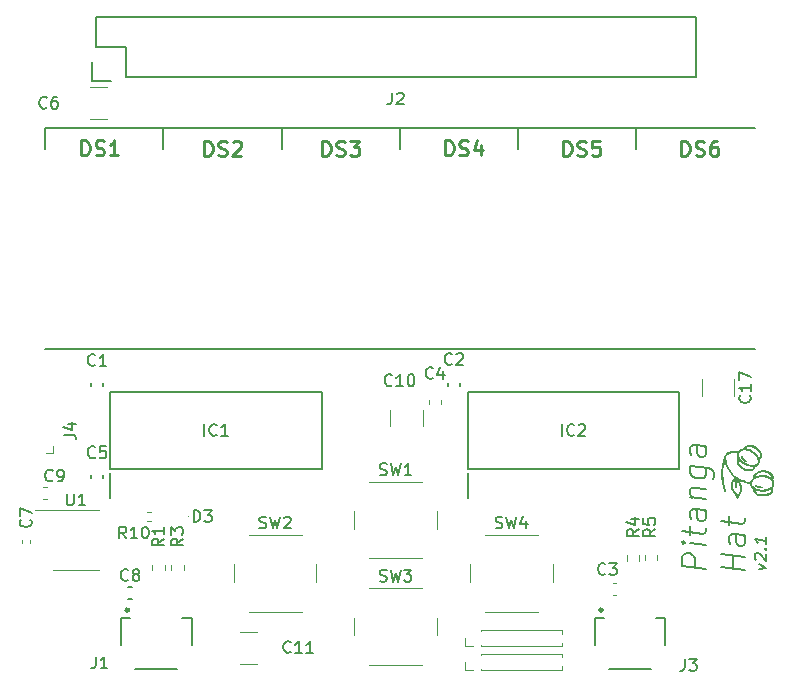
<source format=gto>
%TF.GenerationSoftware,KiCad,Pcbnew,7.0.8*%
%TF.CreationDate,2023-10-22T00:54:02+03:00*%
%TF.ProjectId,ltp_kikad,6c74705f-6b69-46b6-9164-2e6b69636164,rev?*%
%TF.SameCoordinates,Original*%
%TF.FileFunction,Legend,Top*%
%TF.FilePolarity,Positive*%
%FSLAX46Y46*%
G04 Gerber Fmt 4.6, Leading zero omitted, Abs format (unit mm)*
G04 Created by KiCad (PCBNEW 7.0.8) date 2023-10-22 00:54:02*
%MOMM*%
%LPD*%
G01*
G04 APERTURE LIST*
%ADD10C,0.150000*%
%ADD11C,0.254000*%
%ADD12C,0.200000*%
%ADD13C,0.120000*%
%ADD14C,0.127000*%
%ADD15C,0.300000*%
%ADD16C,0.100000*%
G04 APERTURE END LIST*
D10*
X177734438Y-100737030D02*
X175734438Y-100487030D01*
X175734438Y-100487030D02*
X175734438Y-99725125D01*
X175734438Y-99725125D02*
X175829676Y-99546554D01*
X175829676Y-99546554D02*
X175924914Y-99463220D01*
X175924914Y-99463220D02*
X176115390Y-99391792D01*
X176115390Y-99391792D02*
X176401104Y-99427506D01*
X176401104Y-99427506D02*
X176591580Y-99546554D01*
X176591580Y-99546554D02*
X176686819Y-99653696D01*
X176686819Y-99653696D02*
X176782057Y-99856077D01*
X176782057Y-99856077D02*
X176782057Y-100617982D01*
X177734438Y-98737030D02*
X176401104Y-98570363D01*
X175734438Y-98487030D02*
X175829676Y-98594173D01*
X175829676Y-98594173D02*
X175924914Y-98510839D01*
X175924914Y-98510839D02*
X175829676Y-98403696D01*
X175829676Y-98403696D02*
X175734438Y-98487030D01*
X175734438Y-98487030D02*
X175924914Y-98510839D01*
X176401104Y-97903696D02*
X176401104Y-97141792D01*
X175734438Y-97534649D02*
X177448723Y-97748935D01*
X177448723Y-97748935D02*
X177639200Y-97677506D01*
X177639200Y-97677506D02*
X177734438Y-97498935D01*
X177734438Y-97498935D02*
X177734438Y-97308458D01*
X177734438Y-95784649D02*
X176686819Y-95653697D01*
X176686819Y-95653697D02*
X176496342Y-95725125D01*
X176496342Y-95725125D02*
X176401104Y-95903697D01*
X176401104Y-95903697D02*
X176401104Y-96284649D01*
X176401104Y-96284649D02*
X176496342Y-96487030D01*
X177639200Y-95772744D02*
X177734438Y-95975125D01*
X177734438Y-95975125D02*
X177734438Y-96451316D01*
X177734438Y-96451316D02*
X177639200Y-96629887D01*
X177639200Y-96629887D02*
X177448723Y-96701316D01*
X177448723Y-96701316D02*
X177258247Y-96677506D01*
X177258247Y-96677506D02*
X177067771Y-96558458D01*
X177067771Y-96558458D02*
X176972533Y-96356078D01*
X176972533Y-96356078D02*
X176972533Y-95879887D01*
X176972533Y-95879887D02*
X176877295Y-95677506D01*
X176401104Y-94665601D02*
X177734438Y-94832268D01*
X176591580Y-94689411D02*
X176496342Y-94582268D01*
X176496342Y-94582268D02*
X176401104Y-94379887D01*
X176401104Y-94379887D02*
X176401104Y-94094173D01*
X176401104Y-94094173D02*
X176496342Y-93915601D01*
X176496342Y-93915601D02*
X176686819Y-93844173D01*
X176686819Y-93844173D02*
X177734438Y-93975125D01*
X176401104Y-91998934D02*
X178020152Y-92201315D01*
X178020152Y-92201315D02*
X178210628Y-92320363D01*
X178210628Y-92320363D02*
X178305866Y-92427506D01*
X178305866Y-92427506D02*
X178401104Y-92629887D01*
X178401104Y-92629887D02*
X178401104Y-92915601D01*
X178401104Y-92915601D02*
X178305866Y-93094172D01*
X177639200Y-92153696D02*
X177734438Y-92356077D01*
X177734438Y-92356077D02*
X177734438Y-92737030D01*
X177734438Y-92737030D02*
X177639200Y-92915601D01*
X177639200Y-92915601D02*
X177543961Y-92998934D01*
X177543961Y-92998934D02*
X177353485Y-93070363D01*
X177353485Y-93070363D02*
X176782057Y-92998934D01*
X176782057Y-92998934D02*
X176591580Y-92879887D01*
X176591580Y-92879887D02*
X176496342Y-92772744D01*
X176496342Y-92772744D02*
X176401104Y-92570363D01*
X176401104Y-92570363D02*
X176401104Y-92189410D01*
X176401104Y-92189410D02*
X176496342Y-92010839D01*
X177734438Y-90356077D02*
X176686819Y-90225125D01*
X176686819Y-90225125D02*
X176496342Y-90296553D01*
X176496342Y-90296553D02*
X176401104Y-90475125D01*
X176401104Y-90475125D02*
X176401104Y-90856077D01*
X176401104Y-90856077D02*
X176496342Y-91058458D01*
X177639200Y-90344172D02*
X177734438Y-90546553D01*
X177734438Y-90546553D02*
X177734438Y-91022744D01*
X177734438Y-91022744D02*
X177639200Y-91201315D01*
X177639200Y-91201315D02*
X177448723Y-91272744D01*
X177448723Y-91272744D02*
X177258247Y-91248934D01*
X177258247Y-91248934D02*
X177067771Y-91129886D01*
X177067771Y-91129886D02*
X176972533Y-90927506D01*
X176972533Y-90927506D02*
X176972533Y-90451315D01*
X176972533Y-90451315D02*
X176877295Y-90248934D01*
X181034438Y-100837030D02*
X179034438Y-100587030D01*
X179986819Y-100706077D02*
X179986819Y-99563220D01*
X181034438Y-99694173D02*
X179034438Y-99444173D01*
X181034438Y-97884649D02*
X179986819Y-97753697D01*
X179986819Y-97753697D02*
X179796342Y-97825125D01*
X179796342Y-97825125D02*
X179701104Y-98003697D01*
X179701104Y-98003697D02*
X179701104Y-98384649D01*
X179701104Y-98384649D02*
X179796342Y-98587030D01*
X180939200Y-97872744D02*
X181034438Y-98075125D01*
X181034438Y-98075125D02*
X181034438Y-98551316D01*
X181034438Y-98551316D02*
X180939200Y-98729887D01*
X180939200Y-98729887D02*
X180748723Y-98801316D01*
X180748723Y-98801316D02*
X180558247Y-98777506D01*
X180558247Y-98777506D02*
X180367771Y-98658458D01*
X180367771Y-98658458D02*
X180272533Y-98456078D01*
X180272533Y-98456078D02*
X180272533Y-97979887D01*
X180272533Y-97979887D02*
X180177295Y-97777506D01*
X179701104Y-97051315D02*
X179701104Y-96289411D01*
X179034438Y-96682268D02*
X180748723Y-96896554D01*
X180748723Y-96896554D02*
X180939200Y-96825125D01*
X180939200Y-96825125D02*
X181034438Y-96646554D01*
X181034438Y-96646554D02*
X181034438Y-96456077D01*
X182190152Y-100781077D02*
X182856819Y-100626316D01*
X182856819Y-100626316D02*
X182190152Y-100304887D01*
X181952057Y-99941791D02*
X181904438Y-99888220D01*
X181904438Y-99888220D02*
X181856819Y-99787030D01*
X181856819Y-99787030D02*
X181856819Y-99548934D01*
X181856819Y-99548934D02*
X181904438Y-99459649D01*
X181904438Y-99459649D02*
X181952057Y-99417982D01*
X181952057Y-99417982D02*
X182047295Y-99382268D01*
X182047295Y-99382268D02*
X182142533Y-99394172D01*
X182142533Y-99394172D02*
X182285390Y-99459649D01*
X182285390Y-99459649D02*
X182856819Y-100102506D01*
X182856819Y-100102506D02*
X182856819Y-99483458D01*
X182761580Y-99042982D02*
X182809200Y-99001315D01*
X182809200Y-99001315D02*
X182856819Y-99054887D01*
X182856819Y-99054887D02*
X182809200Y-99096553D01*
X182809200Y-99096553D02*
X182761580Y-99042982D01*
X182761580Y-99042982D02*
X182856819Y-99054887D01*
X182856819Y-98054887D02*
X182856819Y-98626316D01*
X182856819Y-98340601D02*
X181856819Y-98215601D01*
X181856819Y-98215601D02*
X181999676Y-98328697D01*
X181999676Y-98328697D02*
X182094914Y-98435840D01*
X182094914Y-98435840D02*
X182142533Y-98537030D01*
D11*
X175644856Y-65774318D02*
X175644856Y-64504318D01*
X175644856Y-64504318D02*
X175947237Y-64504318D01*
X175947237Y-64504318D02*
X176128666Y-64564794D01*
X176128666Y-64564794D02*
X176249618Y-64685746D01*
X176249618Y-64685746D02*
X176310095Y-64806699D01*
X176310095Y-64806699D02*
X176370571Y-65048603D01*
X176370571Y-65048603D02*
X176370571Y-65230032D01*
X176370571Y-65230032D02*
X176310095Y-65471937D01*
X176310095Y-65471937D02*
X176249618Y-65592889D01*
X176249618Y-65592889D02*
X176128666Y-65713842D01*
X176128666Y-65713842D02*
X175947237Y-65774318D01*
X175947237Y-65774318D02*
X175644856Y-65774318D01*
X176854380Y-65713842D02*
X177035809Y-65774318D01*
X177035809Y-65774318D02*
X177338190Y-65774318D01*
X177338190Y-65774318D02*
X177459142Y-65713842D01*
X177459142Y-65713842D02*
X177519618Y-65653365D01*
X177519618Y-65653365D02*
X177580095Y-65532413D01*
X177580095Y-65532413D02*
X177580095Y-65411461D01*
X177580095Y-65411461D02*
X177519618Y-65290508D01*
X177519618Y-65290508D02*
X177459142Y-65230032D01*
X177459142Y-65230032D02*
X177338190Y-65169556D01*
X177338190Y-65169556D02*
X177096285Y-65109080D01*
X177096285Y-65109080D02*
X176975333Y-65048603D01*
X176975333Y-65048603D02*
X176914856Y-64988127D01*
X176914856Y-64988127D02*
X176854380Y-64867175D01*
X176854380Y-64867175D02*
X176854380Y-64746222D01*
X176854380Y-64746222D02*
X176914856Y-64625270D01*
X176914856Y-64625270D02*
X176975333Y-64564794D01*
X176975333Y-64564794D02*
X177096285Y-64504318D01*
X177096285Y-64504318D02*
X177398666Y-64504318D01*
X177398666Y-64504318D02*
X177580095Y-64564794D01*
X178668666Y-64504318D02*
X178426761Y-64504318D01*
X178426761Y-64504318D02*
X178305809Y-64564794D01*
X178305809Y-64564794D02*
X178245333Y-64625270D01*
X178245333Y-64625270D02*
X178124380Y-64806699D01*
X178124380Y-64806699D02*
X178063904Y-65048603D01*
X178063904Y-65048603D02*
X178063904Y-65532413D01*
X178063904Y-65532413D02*
X178124380Y-65653365D01*
X178124380Y-65653365D02*
X178184857Y-65713842D01*
X178184857Y-65713842D02*
X178305809Y-65774318D01*
X178305809Y-65774318D02*
X178547714Y-65774318D01*
X178547714Y-65774318D02*
X178668666Y-65713842D01*
X178668666Y-65713842D02*
X178729142Y-65653365D01*
X178729142Y-65653365D02*
X178789619Y-65532413D01*
X178789619Y-65532413D02*
X178789619Y-65230032D01*
X178789619Y-65230032D02*
X178729142Y-65109080D01*
X178729142Y-65109080D02*
X178668666Y-65048603D01*
X178668666Y-65048603D02*
X178547714Y-64988127D01*
X178547714Y-64988127D02*
X178305809Y-64988127D01*
X178305809Y-64988127D02*
X178184857Y-65048603D01*
X178184857Y-65048603D02*
X178124380Y-65109080D01*
X178124380Y-65109080D02*
X178063904Y-65230032D01*
X145244856Y-65774318D02*
X145244856Y-64504318D01*
X145244856Y-64504318D02*
X145547237Y-64504318D01*
X145547237Y-64504318D02*
X145728666Y-64564794D01*
X145728666Y-64564794D02*
X145849618Y-64685746D01*
X145849618Y-64685746D02*
X145910095Y-64806699D01*
X145910095Y-64806699D02*
X145970571Y-65048603D01*
X145970571Y-65048603D02*
X145970571Y-65230032D01*
X145970571Y-65230032D02*
X145910095Y-65471937D01*
X145910095Y-65471937D02*
X145849618Y-65592889D01*
X145849618Y-65592889D02*
X145728666Y-65713842D01*
X145728666Y-65713842D02*
X145547237Y-65774318D01*
X145547237Y-65774318D02*
X145244856Y-65774318D01*
X146454380Y-65713842D02*
X146635809Y-65774318D01*
X146635809Y-65774318D02*
X146938190Y-65774318D01*
X146938190Y-65774318D02*
X147059142Y-65713842D01*
X147059142Y-65713842D02*
X147119618Y-65653365D01*
X147119618Y-65653365D02*
X147180095Y-65532413D01*
X147180095Y-65532413D02*
X147180095Y-65411461D01*
X147180095Y-65411461D02*
X147119618Y-65290508D01*
X147119618Y-65290508D02*
X147059142Y-65230032D01*
X147059142Y-65230032D02*
X146938190Y-65169556D01*
X146938190Y-65169556D02*
X146696285Y-65109080D01*
X146696285Y-65109080D02*
X146575333Y-65048603D01*
X146575333Y-65048603D02*
X146514856Y-64988127D01*
X146514856Y-64988127D02*
X146454380Y-64867175D01*
X146454380Y-64867175D02*
X146454380Y-64746222D01*
X146454380Y-64746222D02*
X146514856Y-64625270D01*
X146514856Y-64625270D02*
X146575333Y-64564794D01*
X146575333Y-64564794D02*
X146696285Y-64504318D01*
X146696285Y-64504318D02*
X146998666Y-64504318D01*
X146998666Y-64504318D02*
X147180095Y-64564794D01*
X147603428Y-64504318D02*
X148389619Y-64504318D01*
X148389619Y-64504318D02*
X147966285Y-64988127D01*
X147966285Y-64988127D02*
X148147714Y-64988127D01*
X148147714Y-64988127D02*
X148268666Y-65048603D01*
X148268666Y-65048603D02*
X148329142Y-65109080D01*
X148329142Y-65109080D02*
X148389619Y-65230032D01*
X148389619Y-65230032D02*
X148389619Y-65532413D01*
X148389619Y-65532413D02*
X148329142Y-65653365D01*
X148329142Y-65653365D02*
X148268666Y-65713842D01*
X148268666Y-65713842D02*
X148147714Y-65774318D01*
X148147714Y-65774318D02*
X147784857Y-65774318D01*
X147784857Y-65774318D02*
X147663904Y-65713842D01*
X147663904Y-65713842D02*
X147603428Y-65653365D01*
D10*
X169220333Y-101159580D02*
X169172714Y-101207200D01*
X169172714Y-101207200D02*
X169029857Y-101254819D01*
X169029857Y-101254819D02*
X168934619Y-101254819D01*
X168934619Y-101254819D02*
X168791762Y-101207200D01*
X168791762Y-101207200D02*
X168696524Y-101111961D01*
X168696524Y-101111961D02*
X168648905Y-101016723D01*
X168648905Y-101016723D02*
X168601286Y-100826247D01*
X168601286Y-100826247D02*
X168601286Y-100683390D01*
X168601286Y-100683390D02*
X168648905Y-100492914D01*
X168648905Y-100492914D02*
X168696524Y-100397676D01*
X168696524Y-100397676D02*
X168791762Y-100302438D01*
X168791762Y-100302438D02*
X168934619Y-100254819D01*
X168934619Y-100254819D02*
X169029857Y-100254819D01*
X169029857Y-100254819D02*
X169172714Y-100302438D01*
X169172714Y-100302438D02*
X169220333Y-100350057D01*
X169553667Y-100254819D02*
X170172714Y-100254819D01*
X170172714Y-100254819D02*
X169839381Y-100635771D01*
X169839381Y-100635771D02*
X169982238Y-100635771D01*
X169982238Y-100635771D02*
X170077476Y-100683390D01*
X170077476Y-100683390D02*
X170125095Y-100731009D01*
X170125095Y-100731009D02*
X170172714Y-100826247D01*
X170172714Y-100826247D02*
X170172714Y-101064342D01*
X170172714Y-101064342D02*
X170125095Y-101159580D01*
X170125095Y-101159580D02*
X170077476Y-101207200D01*
X170077476Y-101207200D02*
X169982238Y-101254819D01*
X169982238Y-101254819D02*
X169696524Y-101254819D01*
X169696524Y-101254819D02*
X169601286Y-101207200D01*
X169601286Y-101207200D02*
X169553667Y-101159580D01*
X126053666Y-108154819D02*
X126053666Y-108869104D01*
X126053666Y-108869104D02*
X126006047Y-109011961D01*
X126006047Y-109011961D02*
X125910809Y-109107200D01*
X125910809Y-109107200D02*
X125767952Y-109154819D01*
X125767952Y-109154819D02*
X125672714Y-109154819D01*
X127053666Y-109154819D02*
X126482238Y-109154819D01*
X126767952Y-109154819D02*
X126767952Y-108154819D01*
X126767952Y-108154819D02*
X126672714Y-108297676D01*
X126672714Y-108297676D02*
X126577476Y-108392914D01*
X126577476Y-108392914D02*
X126482238Y-108440533D01*
X131841819Y-98166666D02*
X131365628Y-98499999D01*
X131841819Y-98738094D02*
X130841819Y-98738094D01*
X130841819Y-98738094D02*
X130841819Y-98357142D01*
X130841819Y-98357142D02*
X130889438Y-98261904D01*
X130889438Y-98261904D02*
X130937057Y-98214285D01*
X130937057Y-98214285D02*
X131032295Y-98166666D01*
X131032295Y-98166666D02*
X131175152Y-98166666D01*
X131175152Y-98166666D02*
X131270390Y-98214285D01*
X131270390Y-98214285D02*
X131318009Y-98261904D01*
X131318009Y-98261904D02*
X131365628Y-98357142D01*
X131365628Y-98357142D02*
X131365628Y-98738094D01*
X131841819Y-97214285D02*
X131841819Y-97785713D01*
X131841819Y-97499999D02*
X130841819Y-97499999D01*
X130841819Y-97499999D02*
X130984676Y-97595237D01*
X130984676Y-97595237D02*
X131079914Y-97690475D01*
X131079914Y-97690475D02*
X131127533Y-97785713D01*
X172041819Y-97366666D02*
X171565628Y-97699999D01*
X172041819Y-97938094D02*
X171041819Y-97938094D01*
X171041819Y-97938094D02*
X171041819Y-97557142D01*
X171041819Y-97557142D02*
X171089438Y-97461904D01*
X171089438Y-97461904D02*
X171137057Y-97414285D01*
X171137057Y-97414285D02*
X171232295Y-97366666D01*
X171232295Y-97366666D02*
X171375152Y-97366666D01*
X171375152Y-97366666D02*
X171470390Y-97414285D01*
X171470390Y-97414285D02*
X171518009Y-97461904D01*
X171518009Y-97461904D02*
X171565628Y-97557142D01*
X171565628Y-97557142D02*
X171565628Y-97938094D01*
X171375152Y-96509523D02*
X172041819Y-96509523D01*
X170994200Y-96747618D02*
X171708485Y-96985713D01*
X171708485Y-96985713D02*
X171708485Y-96366666D01*
X126020333Y-91259580D02*
X125972714Y-91307200D01*
X125972714Y-91307200D02*
X125829857Y-91354819D01*
X125829857Y-91354819D02*
X125734619Y-91354819D01*
X125734619Y-91354819D02*
X125591762Y-91307200D01*
X125591762Y-91307200D02*
X125496524Y-91211961D01*
X125496524Y-91211961D02*
X125448905Y-91116723D01*
X125448905Y-91116723D02*
X125401286Y-90926247D01*
X125401286Y-90926247D02*
X125401286Y-90783390D01*
X125401286Y-90783390D02*
X125448905Y-90592914D01*
X125448905Y-90592914D02*
X125496524Y-90497676D01*
X125496524Y-90497676D02*
X125591762Y-90402438D01*
X125591762Y-90402438D02*
X125734619Y-90354819D01*
X125734619Y-90354819D02*
X125829857Y-90354819D01*
X125829857Y-90354819D02*
X125972714Y-90402438D01*
X125972714Y-90402438D02*
X126020333Y-90450057D01*
X126925095Y-90354819D02*
X126448905Y-90354819D01*
X126448905Y-90354819D02*
X126401286Y-90831009D01*
X126401286Y-90831009D02*
X126448905Y-90783390D01*
X126448905Y-90783390D02*
X126544143Y-90735771D01*
X126544143Y-90735771D02*
X126782238Y-90735771D01*
X126782238Y-90735771D02*
X126877476Y-90783390D01*
X126877476Y-90783390D02*
X126925095Y-90831009D01*
X126925095Y-90831009D02*
X126972714Y-90926247D01*
X126972714Y-90926247D02*
X126972714Y-91164342D01*
X126972714Y-91164342D02*
X126925095Y-91259580D01*
X126925095Y-91259580D02*
X126877476Y-91307200D01*
X126877476Y-91307200D02*
X126782238Y-91354819D01*
X126782238Y-91354819D02*
X126544143Y-91354819D01*
X126544143Y-91354819D02*
X126448905Y-91307200D01*
X126448905Y-91307200D02*
X126401286Y-91259580D01*
X128644142Y-98154819D02*
X128310809Y-97678628D01*
X128072714Y-98154819D02*
X128072714Y-97154819D01*
X128072714Y-97154819D02*
X128453666Y-97154819D01*
X128453666Y-97154819D02*
X128548904Y-97202438D01*
X128548904Y-97202438D02*
X128596523Y-97250057D01*
X128596523Y-97250057D02*
X128644142Y-97345295D01*
X128644142Y-97345295D02*
X128644142Y-97488152D01*
X128644142Y-97488152D02*
X128596523Y-97583390D01*
X128596523Y-97583390D02*
X128548904Y-97631009D01*
X128548904Y-97631009D02*
X128453666Y-97678628D01*
X128453666Y-97678628D02*
X128072714Y-97678628D01*
X129596523Y-98154819D02*
X129025095Y-98154819D01*
X129310809Y-98154819D02*
X129310809Y-97154819D01*
X129310809Y-97154819D02*
X129215571Y-97297676D01*
X129215571Y-97297676D02*
X129120333Y-97392914D01*
X129120333Y-97392914D02*
X129025095Y-97440533D01*
X130215571Y-97154819D02*
X130310809Y-97154819D01*
X130310809Y-97154819D02*
X130406047Y-97202438D01*
X130406047Y-97202438D02*
X130453666Y-97250057D01*
X130453666Y-97250057D02*
X130501285Y-97345295D01*
X130501285Y-97345295D02*
X130548904Y-97535771D01*
X130548904Y-97535771D02*
X130548904Y-97773866D01*
X130548904Y-97773866D02*
X130501285Y-97964342D01*
X130501285Y-97964342D02*
X130453666Y-98059580D01*
X130453666Y-98059580D02*
X130406047Y-98107200D01*
X130406047Y-98107200D02*
X130310809Y-98154819D01*
X130310809Y-98154819D02*
X130215571Y-98154819D01*
X130215571Y-98154819D02*
X130120333Y-98107200D01*
X130120333Y-98107200D02*
X130072714Y-98059580D01*
X130072714Y-98059580D02*
X130025095Y-97964342D01*
X130025095Y-97964342D02*
X129977476Y-97773866D01*
X129977476Y-97773866D02*
X129977476Y-97535771D01*
X129977476Y-97535771D02*
X130025095Y-97345295D01*
X130025095Y-97345295D02*
X130072714Y-97250057D01*
X130072714Y-97250057D02*
X130120333Y-97202438D01*
X130120333Y-97202438D02*
X130215571Y-97154819D01*
X135267710Y-89466419D02*
X135267710Y-88466419D01*
X136315328Y-89371180D02*
X136267709Y-89418800D01*
X136267709Y-89418800D02*
X136124852Y-89466419D01*
X136124852Y-89466419D02*
X136029614Y-89466419D01*
X136029614Y-89466419D02*
X135886757Y-89418800D01*
X135886757Y-89418800D02*
X135791519Y-89323561D01*
X135791519Y-89323561D02*
X135743900Y-89228323D01*
X135743900Y-89228323D02*
X135696281Y-89037847D01*
X135696281Y-89037847D02*
X135696281Y-88894990D01*
X135696281Y-88894990D02*
X135743900Y-88704514D01*
X135743900Y-88704514D02*
X135791519Y-88609276D01*
X135791519Y-88609276D02*
X135886757Y-88514038D01*
X135886757Y-88514038D02*
X136029614Y-88466419D01*
X136029614Y-88466419D02*
X136124852Y-88466419D01*
X136124852Y-88466419D02*
X136267709Y-88514038D01*
X136267709Y-88514038D02*
X136315328Y-88561657D01*
X137267709Y-89466419D02*
X136696281Y-89466419D01*
X136981995Y-89466419D02*
X136981995Y-88466419D01*
X136981995Y-88466419D02*
X136886757Y-88609276D01*
X136886757Y-88609276D02*
X136791519Y-88704514D01*
X136791519Y-88704514D02*
X136696281Y-88752133D01*
X156220333Y-83359580D02*
X156172714Y-83407200D01*
X156172714Y-83407200D02*
X156029857Y-83454819D01*
X156029857Y-83454819D02*
X155934619Y-83454819D01*
X155934619Y-83454819D02*
X155791762Y-83407200D01*
X155791762Y-83407200D02*
X155696524Y-83311961D01*
X155696524Y-83311961D02*
X155648905Y-83216723D01*
X155648905Y-83216723D02*
X155601286Y-83026247D01*
X155601286Y-83026247D02*
X155601286Y-82883390D01*
X155601286Y-82883390D02*
X155648905Y-82692914D01*
X155648905Y-82692914D02*
X155696524Y-82597676D01*
X155696524Y-82597676D02*
X155791762Y-82502438D01*
X155791762Y-82502438D02*
X155934619Y-82454819D01*
X155934619Y-82454819D02*
X156029857Y-82454819D01*
X156029857Y-82454819D02*
X156172714Y-82502438D01*
X156172714Y-82502438D02*
X156220333Y-82550057D01*
X156601286Y-82550057D02*
X156648905Y-82502438D01*
X156648905Y-82502438D02*
X156744143Y-82454819D01*
X156744143Y-82454819D02*
X156982238Y-82454819D01*
X156982238Y-82454819D02*
X157077476Y-82502438D01*
X157077476Y-82502438D02*
X157125095Y-82550057D01*
X157125095Y-82550057D02*
X157172714Y-82645295D01*
X157172714Y-82645295D02*
X157172714Y-82740533D01*
X157172714Y-82740533D02*
X157125095Y-82883390D01*
X157125095Y-82883390D02*
X156553667Y-83454819D01*
X156553667Y-83454819D02*
X157172714Y-83454819D01*
X159928667Y-97257200D02*
X160071524Y-97304819D01*
X160071524Y-97304819D02*
X160309619Y-97304819D01*
X160309619Y-97304819D02*
X160404857Y-97257200D01*
X160404857Y-97257200D02*
X160452476Y-97209580D01*
X160452476Y-97209580D02*
X160500095Y-97114342D01*
X160500095Y-97114342D02*
X160500095Y-97019104D01*
X160500095Y-97019104D02*
X160452476Y-96923866D01*
X160452476Y-96923866D02*
X160404857Y-96876247D01*
X160404857Y-96876247D02*
X160309619Y-96828628D01*
X160309619Y-96828628D02*
X160119143Y-96781009D01*
X160119143Y-96781009D02*
X160023905Y-96733390D01*
X160023905Y-96733390D02*
X159976286Y-96685771D01*
X159976286Y-96685771D02*
X159928667Y-96590533D01*
X159928667Y-96590533D02*
X159928667Y-96495295D01*
X159928667Y-96495295D02*
X159976286Y-96400057D01*
X159976286Y-96400057D02*
X160023905Y-96352438D01*
X160023905Y-96352438D02*
X160119143Y-96304819D01*
X160119143Y-96304819D02*
X160357238Y-96304819D01*
X160357238Y-96304819D02*
X160500095Y-96352438D01*
X160833429Y-96304819D02*
X161071524Y-97304819D01*
X161071524Y-97304819D02*
X161262000Y-96590533D01*
X161262000Y-96590533D02*
X161452476Y-97304819D01*
X161452476Y-97304819D02*
X161690572Y-96304819D01*
X162500095Y-96638152D02*
X162500095Y-97304819D01*
X162262000Y-96257200D02*
X162023905Y-96971485D01*
X162023905Y-96971485D02*
X162642952Y-96971485D01*
X133441819Y-98166666D02*
X132965628Y-98499999D01*
X133441819Y-98738094D02*
X132441819Y-98738094D01*
X132441819Y-98738094D02*
X132441819Y-98357142D01*
X132441819Y-98357142D02*
X132489438Y-98261904D01*
X132489438Y-98261904D02*
X132537057Y-98214285D01*
X132537057Y-98214285D02*
X132632295Y-98166666D01*
X132632295Y-98166666D02*
X132775152Y-98166666D01*
X132775152Y-98166666D02*
X132870390Y-98214285D01*
X132870390Y-98214285D02*
X132918009Y-98261904D01*
X132918009Y-98261904D02*
X132965628Y-98357142D01*
X132965628Y-98357142D02*
X132965628Y-98738094D01*
X132441819Y-97833332D02*
X132441819Y-97214285D01*
X132441819Y-97214285D02*
X132822771Y-97547618D01*
X132822771Y-97547618D02*
X132822771Y-97404761D01*
X132822771Y-97404761D02*
X132870390Y-97309523D01*
X132870390Y-97309523D02*
X132918009Y-97261904D01*
X132918009Y-97261904D02*
X133013247Y-97214285D01*
X133013247Y-97214285D02*
X133251342Y-97214285D01*
X133251342Y-97214285D02*
X133346580Y-97261904D01*
X133346580Y-97261904D02*
X133394200Y-97309523D01*
X133394200Y-97309523D02*
X133441819Y-97404761D01*
X133441819Y-97404761D02*
X133441819Y-97690475D01*
X133441819Y-97690475D02*
X133394200Y-97785713D01*
X133394200Y-97785713D02*
X133346580Y-97833332D01*
X123625095Y-94354819D02*
X123625095Y-95164342D01*
X123625095Y-95164342D02*
X123672714Y-95259580D01*
X123672714Y-95259580D02*
X123720333Y-95307200D01*
X123720333Y-95307200D02*
X123815571Y-95354819D01*
X123815571Y-95354819D02*
X124006047Y-95354819D01*
X124006047Y-95354819D02*
X124101285Y-95307200D01*
X124101285Y-95307200D02*
X124148904Y-95259580D01*
X124148904Y-95259580D02*
X124196523Y-95164342D01*
X124196523Y-95164342D02*
X124196523Y-94354819D01*
X125196523Y-95354819D02*
X124625095Y-95354819D01*
X124910809Y-95354819D02*
X124910809Y-94354819D01*
X124910809Y-94354819D02*
X124815571Y-94497676D01*
X124815571Y-94497676D02*
X124720333Y-94592914D01*
X124720333Y-94592914D02*
X124625095Y-94640533D01*
X120546580Y-96566666D02*
X120594200Y-96614285D01*
X120594200Y-96614285D02*
X120641819Y-96757142D01*
X120641819Y-96757142D02*
X120641819Y-96852380D01*
X120641819Y-96852380D02*
X120594200Y-96995237D01*
X120594200Y-96995237D02*
X120498961Y-97090475D01*
X120498961Y-97090475D02*
X120403723Y-97138094D01*
X120403723Y-97138094D02*
X120213247Y-97185713D01*
X120213247Y-97185713D02*
X120070390Y-97185713D01*
X120070390Y-97185713D02*
X119879914Y-97138094D01*
X119879914Y-97138094D02*
X119784676Y-97090475D01*
X119784676Y-97090475D02*
X119689438Y-96995237D01*
X119689438Y-96995237D02*
X119641819Y-96852380D01*
X119641819Y-96852380D02*
X119641819Y-96757142D01*
X119641819Y-96757142D02*
X119689438Y-96614285D01*
X119689438Y-96614285D02*
X119737057Y-96566666D01*
X119641819Y-96233332D02*
X119641819Y-95566666D01*
X119641819Y-95566666D02*
X120641819Y-95995237D01*
D11*
X165644856Y-65774318D02*
X165644856Y-64504318D01*
X165644856Y-64504318D02*
X165947237Y-64504318D01*
X165947237Y-64504318D02*
X166128666Y-64564794D01*
X166128666Y-64564794D02*
X166249618Y-64685746D01*
X166249618Y-64685746D02*
X166310095Y-64806699D01*
X166310095Y-64806699D02*
X166370571Y-65048603D01*
X166370571Y-65048603D02*
X166370571Y-65230032D01*
X166370571Y-65230032D02*
X166310095Y-65471937D01*
X166310095Y-65471937D02*
X166249618Y-65592889D01*
X166249618Y-65592889D02*
X166128666Y-65713842D01*
X166128666Y-65713842D02*
X165947237Y-65774318D01*
X165947237Y-65774318D02*
X165644856Y-65774318D01*
X166854380Y-65713842D02*
X167035809Y-65774318D01*
X167035809Y-65774318D02*
X167338190Y-65774318D01*
X167338190Y-65774318D02*
X167459142Y-65713842D01*
X167459142Y-65713842D02*
X167519618Y-65653365D01*
X167519618Y-65653365D02*
X167580095Y-65532413D01*
X167580095Y-65532413D02*
X167580095Y-65411461D01*
X167580095Y-65411461D02*
X167519618Y-65290508D01*
X167519618Y-65290508D02*
X167459142Y-65230032D01*
X167459142Y-65230032D02*
X167338190Y-65169556D01*
X167338190Y-65169556D02*
X167096285Y-65109080D01*
X167096285Y-65109080D02*
X166975333Y-65048603D01*
X166975333Y-65048603D02*
X166914856Y-64988127D01*
X166914856Y-64988127D02*
X166854380Y-64867175D01*
X166854380Y-64867175D02*
X166854380Y-64746222D01*
X166854380Y-64746222D02*
X166914856Y-64625270D01*
X166914856Y-64625270D02*
X166975333Y-64564794D01*
X166975333Y-64564794D02*
X167096285Y-64504318D01*
X167096285Y-64504318D02*
X167398666Y-64504318D01*
X167398666Y-64504318D02*
X167580095Y-64564794D01*
X168729142Y-64504318D02*
X168124380Y-64504318D01*
X168124380Y-64504318D02*
X168063904Y-65109080D01*
X168063904Y-65109080D02*
X168124380Y-65048603D01*
X168124380Y-65048603D02*
X168245333Y-64988127D01*
X168245333Y-64988127D02*
X168547714Y-64988127D01*
X168547714Y-64988127D02*
X168668666Y-65048603D01*
X168668666Y-65048603D02*
X168729142Y-65109080D01*
X168729142Y-65109080D02*
X168789619Y-65230032D01*
X168789619Y-65230032D02*
X168789619Y-65532413D01*
X168789619Y-65532413D02*
X168729142Y-65653365D01*
X168729142Y-65653365D02*
X168668666Y-65713842D01*
X168668666Y-65713842D02*
X168547714Y-65774318D01*
X168547714Y-65774318D02*
X168245333Y-65774318D01*
X168245333Y-65774318D02*
X168124380Y-65713842D01*
X168124380Y-65713842D02*
X168063904Y-65653365D01*
D10*
X134348905Y-96754819D02*
X134348905Y-95754819D01*
X134348905Y-95754819D02*
X134587000Y-95754819D01*
X134587000Y-95754819D02*
X134729857Y-95802438D01*
X134729857Y-95802438D02*
X134825095Y-95897676D01*
X134825095Y-95897676D02*
X134872714Y-95992914D01*
X134872714Y-95992914D02*
X134920333Y-96183390D01*
X134920333Y-96183390D02*
X134920333Y-96326247D01*
X134920333Y-96326247D02*
X134872714Y-96516723D01*
X134872714Y-96516723D02*
X134825095Y-96611961D01*
X134825095Y-96611961D02*
X134729857Y-96707200D01*
X134729857Y-96707200D02*
X134587000Y-96754819D01*
X134587000Y-96754819D02*
X134348905Y-96754819D01*
X135253667Y-95754819D02*
X135872714Y-95754819D01*
X135872714Y-95754819D02*
X135539381Y-96135771D01*
X135539381Y-96135771D02*
X135682238Y-96135771D01*
X135682238Y-96135771D02*
X135777476Y-96183390D01*
X135777476Y-96183390D02*
X135825095Y-96231009D01*
X135825095Y-96231009D02*
X135872714Y-96326247D01*
X135872714Y-96326247D02*
X135872714Y-96564342D01*
X135872714Y-96564342D02*
X135825095Y-96659580D01*
X135825095Y-96659580D02*
X135777476Y-96707200D01*
X135777476Y-96707200D02*
X135682238Y-96754819D01*
X135682238Y-96754819D02*
X135396524Y-96754819D01*
X135396524Y-96754819D02*
X135301286Y-96707200D01*
X135301286Y-96707200D02*
X135253667Y-96659580D01*
D11*
X135244856Y-65774318D02*
X135244856Y-64504318D01*
X135244856Y-64504318D02*
X135547237Y-64504318D01*
X135547237Y-64504318D02*
X135728666Y-64564794D01*
X135728666Y-64564794D02*
X135849618Y-64685746D01*
X135849618Y-64685746D02*
X135910095Y-64806699D01*
X135910095Y-64806699D02*
X135970571Y-65048603D01*
X135970571Y-65048603D02*
X135970571Y-65230032D01*
X135970571Y-65230032D02*
X135910095Y-65471937D01*
X135910095Y-65471937D02*
X135849618Y-65592889D01*
X135849618Y-65592889D02*
X135728666Y-65713842D01*
X135728666Y-65713842D02*
X135547237Y-65774318D01*
X135547237Y-65774318D02*
X135244856Y-65774318D01*
X136454380Y-65713842D02*
X136635809Y-65774318D01*
X136635809Y-65774318D02*
X136938190Y-65774318D01*
X136938190Y-65774318D02*
X137059142Y-65713842D01*
X137059142Y-65713842D02*
X137119618Y-65653365D01*
X137119618Y-65653365D02*
X137180095Y-65532413D01*
X137180095Y-65532413D02*
X137180095Y-65411461D01*
X137180095Y-65411461D02*
X137119618Y-65290508D01*
X137119618Y-65290508D02*
X137059142Y-65230032D01*
X137059142Y-65230032D02*
X136938190Y-65169556D01*
X136938190Y-65169556D02*
X136696285Y-65109080D01*
X136696285Y-65109080D02*
X136575333Y-65048603D01*
X136575333Y-65048603D02*
X136514856Y-64988127D01*
X136514856Y-64988127D02*
X136454380Y-64867175D01*
X136454380Y-64867175D02*
X136454380Y-64746222D01*
X136454380Y-64746222D02*
X136514856Y-64625270D01*
X136514856Y-64625270D02*
X136575333Y-64564794D01*
X136575333Y-64564794D02*
X136696285Y-64504318D01*
X136696285Y-64504318D02*
X136998666Y-64504318D01*
X136998666Y-64504318D02*
X137180095Y-64564794D01*
X137663904Y-64625270D02*
X137724380Y-64564794D01*
X137724380Y-64564794D02*
X137845333Y-64504318D01*
X137845333Y-64504318D02*
X138147714Y-64504318D01*
X138147714Y-64504318D02*
X138268666Y-64564794D01*
X138268666Y-64564794D02*
X138329142Y-64625270D01*
X138329142Y-64625270D02*
X138389619Y-64746222D01*
X138389619Y-64746222D02*
X138389619Y-64867175D01*
X138389619Y-64867175D02*
X138329142Y-65048603D01*
X138329142Y-65048603D02*
X137603428Y-65774318D01*
X137603428Y-65774318D02*
X138389619Y-65774318D01*
X124844856Y-65724318D02*
X124844856Y-64454318D01*
X124844856Y-64454318D02*
X125147237Y-64454318D01*
X125147237Y-64454318D02*
X125328666Y-64514794D01*
X125328666Y-64514794D02*
X125449618Y-64635746D01*
X125449618Y-64635746D02*
X125510095Y-64756699D01*
X125510095Y-64756699D02*
X125570571Y-64998603D01*
X125570571Y-64998603D02*
X125570571Y-65180032D01*
X125570571Y-65180032D02*
X125510095Y-65421937D01*
X125510095Y-65421937D02*
X125449618Y-65542889D01*
X125449618Y-65542889D02*
X125328666Y-65663842D01*
X125328666Y-65663842D02*
X125147237Y-65724318D01*
X125147237Y-65724318D02*
X124844856Y-65724318D01*
X126054380Y-65663842D02*
X126235809Y-65724318D01*
X126235809Y-65724318D02*
X126538190Y-65724318D01*
X126538190Y-65724318D02*
X126659142Y-65663842D01*
X126659142Y-65663842D02*
X126719618Y-65603365D01*
X126719618Y-65603365D02*
X126780095Y-65482413D01*
X126780095Y-65482413D02*
X126780095Y-65361461D01*
X126780095Y-65361461D02*
X126719618Y-65240508D01*
X126719618Y-65240508D02*
X126659142Y-65180032D01*
X126659142Y-65180032D02*
X126538190Y-65119556D01*
X126538190Y-65119556D02*
X126296285Y-65059080D01*
X126296285Y-65059080D02*
X126175333Y-64998603D01*
X126175333Y-64998603D02*
X126114856Y-64938127D01*
X126114856Y-64938127D02*
X126054380Y-64817175D01*
X126054380Y-64817175D02*
X126054380Y-64696222D01*
X126054380Y-64696222D02*
X126114856Y-64575270D01*
X126114856Y-64575270D02*
X126175333Y-64514794D01*
X126175333Y-64514794D02*
X126296285Y-64454318D01*
X126296285Y-64454318D02*
X126598666Y-64454318D01*
X126598666Y-64454318D02*
X126780095Y-64514794D01*
X127989619Y-65724318D02*
X127263904Y-65724318D01*
X127626761Y-65724318D02*
X127626761Y-64454318D01*
X127626761Y-64454318D02*
X127505809Y-64635746D01*
X127505809Y-64635746D02*
X127384857Y-64756699D01*
X127384857Y-64756699D02*
X127263904Y-64817175D01*
D10*
X150128667Y-92757200D02*
X150271524Y-92804819D01*
X150271524Y-92804819D02*
X150509619Y-92804819D01*
X150509619Y-92804819D02*
X150604857Y-92757200D01*
X150604857Y-92757200D02*
X150652476Y-92709580D01*
X150652476Y-92709580D02*
X150700095Y-92614342D01*
X150700095Y-92614342D02*
X150700095Y-92519104D01*
X150700095Y-92519104D02*
X150652476Y-92423866D01*
X150652476Y-92423866D02*
X150604857Y-92376247D01*
X150604857Y-92376247D02*
X150509619Y-92328628D01*
X150509619Y-92328628D02*
X150319143Y-92281009D01*
X150319143Y-92281009D02*
X150223905Y-92233390D01*
X150223905Y-92233390D02*
X150176286Y-92185771D01*
X150176286Y-92185771D02*
X150128667Y-92090533D01*
X150128667Y-92090533D02*
X150128667Y-91995295D01*
X150128667Y-91995295D02*
X150176286Y-91900057D01*
X150176286Y-91900057D02*
X150223905Y-91852438D01*
X150223905Y-91852438D02*
X150319143Y-91804819D01*
X150319143Y-91804819D02*
X150557238Y-91804819D01*
X150557238Y-91804819D02*
X150700095Y-91852438D01*
X151033429Y-91804819D02*
X151271524Y-92804819D01*
X151271524Y-92804819D02*
X151462000Y-92090533D01*
X151462000Y-92090533D02*
X151652476Y-92804819D01*
X151652476Y-92804819D02*
X151890572Y-91804819D01*
X152795333Y-92804819D02*
X152223905Y-92804819D01*
X152509619Y-92804819D02*
X152509619Y-91804819D01*
X152509619Y-91804819D02*
X152414381Y-91947676D01*
X152414381Y-91947676D02*
X152319143Y-92042914D01*
X152319143Y-92042914D02*
X152223905Y-92090533D01*
X151144142Y-85159580D02*
X151096523Y-85207200D01*
X151096523Y-85207200D02*
X150953666Y-85254819D01*
X150953666Y-85254819D02*
X150858428Y-85254819D01*
X150858428Y-85254819D02*
X150715571Y-85207200D01*
X150715571Y-85207200D02*
X150620333Y-85111961D01*
X150620333Y-85111961D02*
X150572714Y-85016723D01*
X150572714Y-85016723D02*
X150525095Y-84826247D01*
X150525095Y-84826247D02*
X150525095Y-84683390D01*
X150525095Y-84683390D02*
X150572714Y-84492914D01*
X150572714Y-84492914D02*
X150620333Y-84397676D01*
X150620333Y-84397676D02*
X150715571Y-84302438D01*
X150715571Y-84302438D02*
X150858428Y-84254819D01*
X150858428Y-84254819D02*
X150953666Y-84254819D01*
X150953666Y-84254819D02*
X151096523Y-84302438D01*
X151096523Y-84302438D02*
X151144142Y-84350057D01*
X152096523Y-85254819D02*
X151525095Y-85254819D01*
X151810809Y-85254819D02*
X151810809Y-84254819D01*
X151810809Y-84254819D02*
X151715571Y-84397676D01*
X151715571Y-84397676D02*
X151620333Y-84492914D01*
X151620333Y-84492914D02*
X151525095Y-84540533D01*
X152715571Y-84254819D02*
X152810809Y-84254819D01*
X152810809Y-84254819D02*
X152906047Y-84302438D01*
X152906047Y-84302438D02*
X152953666Y-84350057D01*
X152953666Y-84350057D02*
X153001285Y-84445295D01*
X153001285Y-84445295D02*
X153048904Y-84635771D01*
X153048904Y-84635771D02*
X153048904Y-84873866D01*
X153048904Y-84873866D02*
X153001285Y-85064342D01*
X153001285Y-85064342D02*
X152953666Y-85159580D01*
X152953666Y-85159580D02*
X152906047Y-85207200D01*
X152906047Y-85207200D02*
X152810809Y-85254819D01*
X152810809Y-85254819D02*
X152715571Y-85254819D01*
X152715571Y-85254819D02*
X152620333Y-85207200D01*
X152620333Y-85207200D02*
X152572714Y-85159580D01*
X152572714Y-85159580D02*
X152525095Y-85064342D01*
X152525095Y-85064342D02*
X152477476Y-84873866D01*
X152477476Y-84873866D02*
X152477476Y-84635771D01*
X152477476Y-84635771D02*
X152525095Y-84445295D01*
X152525095Y-84445295D02*
X152572714Y-84350057D01*
X152572714Y-84350057D02*
X152620333Y-84302438D01*
X152620333Y-84302438D02*
X152715571Y-84254819D01*
X142581642Y-107759580D02*
X142534023Y-107807200D01*
X142534023Y-107807200D02*
X142391166Y-107854819D01*
X142391166Y-107854819D02*
X142295928Y-107854819D01*
X142295928Y-107854819D02*
X142153071Y-107807200D01*
X142153071Y-107807200D02*
X142057833Y-107711961D01*
X142057833Y-107711961D02*
X142010214Y-107616723D01*
X142010214Y-107616723D02*
X141962595Y-107426247D01*
X141962595Y-107426247D02*
X141962595Y-107283390D01*
X141962595Y-107283390D02*
X142010214Y-107092914D01*
X142010214Y-107092914D02*
X142057833Y-106997676D01*
X142057833Y-106997676D02*
X142153071Y-106902438D01*
X142153071Y-106902438D02*
X142295928Y-106854819D01*
X142295928Y-106854819D02*
X142391166Y-106854819D01*
X142391166Y-106854819D02*
X142534023Y-106902438D01*
X142534023Y-106902438D02*
X142581642Y-106950057D01*
X143534023Y-107854819D02*
X142962595Y-107854819D01*
X143248309Y-107854819D02*
X143248309Y-106854819D01*
X143248309Y-106854819D02*
X143153071Y-106997676D01*
X143153071Y-106997676D02*
X143057833Y-107092914D01*
X143057833Y-107092914D02*
X142962595Y-107140533D01*
X144486404Y-107854819D02*
X143914976Y-107854819D01*
X144200690Y-107854819D02*
X144200690Y-106854819D01*
X144200690Y-106854819D02*
X144105452Y-106997676D01*
X144105452Y-106997676D02*
X144010214Y-107092914D01*
X144010214Y-107092914D02*
X143914976Y-107140533D01*
X173441819Y-97366666D02*
X172965628Y-97699999D01*
X173441819Y-97938094D02*
X172441819Y-97938094D01*
X172441819Y-97938094D02*
X172441819Y-97557142D01*
X172441819Y-97557142D02*
X172489438Y-97461904D01*
X172489438Y-97461904D02*
X172537057Y-97414285D01*
X172537057Y-97414285D02*
X172632295Y-97366666D01*
X172632295Y-97366666D02*
X172775152Y-97366666D01*
X172775152Y-97366666D02*
X172870390Y-97414285D01*
X172870390Y-97414285D02*
X172918009Y-97461904D01*
X172918009Y-97461904D02*
X172965628Y-97557142D01*
X172965628Y-97557142D02*
X172965628Y-97938094D01*
X172441819Y-96461904D02*
X172441819Y-96938094D01*
X172441819Y-96938094D02*
X172918009Y-96985713D01*
X172918009Y-96985713D02*
X172870390Y-96938094D01*
X172870390Y-96938094D02*
X172822771Y-96842856D01*
X172822771Y-96842856D02*
X172822771Y-96604761D01*
X172822771Y-96604761D02*
X172870390Y-96509523D01*
X172870390Y-96509523D02*
X172918009Y-96461904D01*
X172918009Y-96461904D02*
X173013247Y-96414285D01*
X173013247Y-96414285D02*
X173251342Y-96414285D01*
X173251342Y-96414285D02*
X173346580Y-96461904D01*
X173346580Y-96461904D02*
X173394200Y-96509523D01*
X173394200Y-96509523D02*
X173441819Y-96604761D01*
X173441819Y-96604761D02*
X173441819Y-96842856D01*
X173441819Y-96842856D02*
X173394200Y-96938094D01*
X173394200Y-96938094D02*
X173346580Y-96985713D01*
X126020333Y-83459580D02*
X125972714Y-83507200D01*
X125972714Y-83507200D02*
X125829857Y-83554819D01*
X125829857Y-83554819D02*
X125734619Y-83554819D01*
X125734619Y-83554819D02*
X125591762Y-83507200D01*
X125591762Y-83507200D02*
X125496524Y-83411961D01*
X125496524Y-83411961D02*
X125448905Y-83316723D01*
X125448905Y-83316723D02*
X125401286Y-83126247D01*
X125401286Y-83126247D02*
X125401286Y-82983390D01*
X125401286Y-82983390D02*
X125448905Y-82792914D01*
X125448905Y-82792914D02*
X125496524Y-82697676D01*
X125496524Y-82697676D02*
X125591762Y-82602438D01*
X125591762Y-82602438D02*
X125734619Y-82554819D01*
X125734619Y-82554819D02*
X125829857Y-82554819D01*
X125829857Y-82554819D02*
X125972714Y-82602438D01*
X125972714Y-82602438D02*
X126020333Y-82650057D01*
X126972714Y-83554819D02*
X126401286Y-83554819D01*
X126687000Y-83554819D02*
X126687000Y-82554819D01*
X126687000Y-82554819D02*
X126591762Y-82697676D01*
X126591762Y-82697676D02*
X126496524Y-82792914D01*
X126496524Y-82792914D02*
X126401286Y-82840533D01*
X139928667Y-97257200D02*
X140071524Y-97304819D01*
X140071524Y-97304819D02*
X140309619Y-97304819D01*
X140309619Y-97304819D02*
X140404857Y-97257200D01*
X140404857Y-97257200D02*
X140452476Y-97209580D01*
X140452476Y-97209580D02*
X140500095Y-97114342D01*
X140500095Y-97114342D02*
X140500095Y-97019104D01*
X140500095Y-97019104D02*
X140452476Y-96923866D01*
X140452476Y-96923866D02*
X140404857Y-96876247D01*
X140404857Y-96876247D02*
X140309619Y-96828628D01*
X140309619Y-96828628D02*
X140119143Y-96781009D01*
X140119143Y-96781009D02*
X140023905Y-96733390D01*
X140023905Y-96733390D02*
X139976286Y-96685771D01*
X139976286Y-96685771D02*
X139928667Y-96590533D01*
X139928667Y-96590533D02*
X139928667Y-96495295D01*
X139928667Y-96495295D02*
X139976286Y-96400057D01*
X139976286Y-96400057D02*
X140023905Y-96352438D01*
X140023905Y-96352438D02*
X140119143Y-96304819D01*
X140119143Y-96304819D02*
X140357238Y-96304819D01*
X140357238Y-96304819D02*
X140500095Y-96352438D01*
X140833429Y-96304819D02*
X141071524Y-97304819D01*
X141071524Y-97304819D02*
X141262000Y-96590533D01*
X141262000Y-96590533D02*
X141452476Y-97304819D01*
X141452476Y-97304819D02*
X141690572Y-96304819D01*
X142023905Y-96400057D02*
X142071524Y-96352438D01*
X142071524Y-96352438D02*
X142166762Y-96304819D01*
X142166762Y-96304819D02*
X142404857Y-96304819D01*
X142404857Y-96304819D02*
X142500095Y-96352438D01*
X142500095Y-96352438D02*
X142547714Y-96400057D01*
X142547714Y-96400057D02*
X142595333Y-96495295D01*
X142595333Y-96495295D02*
X142595333Y-96590533D01*
X142595333Y-96590533D02*
X142547714Y-96733390D01*
X142547714Y-96733390D02*
X141976286Y-97304819D01*
X141976286Y-97304819D02*
X142595333Y-97304819D01*
X181446580Y-86042857D02*
X181494200Y-86090476D01*
X181494200Y-86090476D02*
X181541819Y-86233333D01*
X181541819Y-86233333D02*
X181541819Y-86328571D01*
X181541819Y-86328571D02*
X181494200Y-86471428D01*
X181494200Y-86471428D02*
X181398961Y-86566666D01*
X181398961Y-86566666D02*
X181303723Y-86614285D01*
X181303723Y-86614285D02*
X181113247Y-86661904D01*
X181113247Y-86661904D02*
X180970390Y-86661904D01*
X180970390Y-86661904D02*
X180779914Y-86614285D01*
X180779914Y-86614285D02*
X180684676Y-86566666D01*
X180684676Y-86566666D02*
X180589438Y-86471428D01*
X180589438Y-86471428D02*
X180541819Y-86328571D01*
X180541819Y-86328571D02*
X180541819Y-86233333D01*
X180541819Y-86233333D02*
X180589438Y-86090476D01*
X180589438Y-86090476D02*
X180637057Y-86042857D01*
X181541819Y-85090476D02*
X181541819Y-85661904D01*
X181541819Y-85376190D02*
X180541819Y-85376190D01*
X180541819Y-85376190D02*
X180684676Y-85471428D01*
X180684676Y-85471428D02*
X180779914Y-85566666D01*
X180779914Y-85566666D02*
X180827533Y-85661904D01*
X180541819Y-84757142D02*
X180541819Y-84090476D01*
X180541819Y-84090476D02*
X181541819Y-84519047D01*
X151153666Y-60404819D02*
X151153666Y-61119104D01*
X151153666Y-61119104D02*
X151106047Y-61261961D01*
X151106047Y-61261961D02*
X151010809Y-61357200D01*
X151010809Y-61357200D02*
X150867952Y-61404819D01*
X150867952Y-61404819D02*
X150772714Y-61404819D01*
X151582238Y-60500057D02*
X151629857Y-60452438D01*
X151629857Y-60452438D02*
X151725095Y-60404819D01*
X151725095Y-60404819D02*
X151963190Y-60404819D01*
X151963190Y-60404819D02*
X152058428Y-60452438D01*
X152058428Y-60452438D02*
X152106047Y-60500057D01*
X152106047Y-60500057D02*
X152153666Y-60595295D01*
X152153666Y-60595295D02*
X152153666Y-60690533D01*
X152153666Y-60690533D02*
X152106047Y-60833390D01*
X152106047Y-60833390D02*
X151534619Y-61404819D01*
X151534619Y-61404819D02*
X152153666Y-61404819D01*
X123357819Y-89363333D02*
X124072104Y-89363333D01*
X124072104Y-89363333D02*
X124214961Y-89410952D01*
X124214961Y-89410952D02*
X124310200Y-89506190D01*
X124310200Y-89506190D02*
X124357819Y-89649047D01*
X124357819Y-89649047D02*
X124357819Y-89744285D01*
X123691152Y-88458571D02*
X124357819Y-88458571D01*
X123310200Y-88696666D02*
X124024485Y-88934761D01*
X124024485Y-88934761D02*
X124024485Y-88315714D01*
X154620333Y-84559580D02*
X154572714Y-84607200D01*
X154572714Y-84607200D02*
X154429857Y-84654819D01*
X154429857Y-84654819D02*
X154334619Y-84654819D01*
X154334619Y-84654819D02*
X154191762Y-84607200D01*
X154191762Y-84607200D02*
X154096524Y-84511961D01*
X154096524Y-84511961D02*
X154048905Y-84416723D01*
X154048905Y-84416723D02*
X154001286Y-84226247D01*
X154001286Y-84226247D02*
X154001286Y-84083390D01*
X154001286Y-84083390D02*
X154048905Y-83892914D01*
X154048905Y-83892914D02*
X154096524Y-83797676D01*
X154096524Y-83797676D02*
X154191762Y-83702438D01*
X154191762Y-83702438D02*
X154334619Y-83654819D01*
X154334619Y-83654819D02*
X154429857Y-83654819D01*
X154429857Y-83654819D02*
X154572714Y-83702438D01*
X154572714Y-83702438D02*
X154620333Y-83750057D01*
X155477476Y-83988152D02*
X155477476Y-84654819D01*
X155239381Y-83607200D02*
X155001286Y-84321485D01*
X155001286Y-84321485D02*
X155620333Y-84321485D01*
X121920333Y-61659580D02*
X121872714Y-61707200D01*
X121872714Y-61707200D02*
X121729857Y-61754819D01*
X121729857Y-61754819D02*
X121634619Y-61754819D01*
X121634619Y-61754819D02*
X121491762Y-61707200D01*
X121491762Y-61707200D02*
X121396524Y-61611961D01*
X121396524Y-61611961D02*
X121348905Y-61516723D01*
X121348905Y-61516723D02*
X121301286Y-61326247D01*
X121301286Y-61326247D02*
X121301286Y-61183390D01*
X121301286Y-61183390D02*
X121348905Y-60992914D01*
X121348905Y-60992914D02*
X121396524Y-60897676D01*
X121396524Y-60897676D02*
X121491762Y-60802438D01*
X121491762Y-60802438D02*
X121634619Y-60754819D01*
X121634619Y-60754819D02*
X121729857Y-60754819D01*
X121729857Y-60754819D02*
X121872714Y-60802438D01*
X121872714Y-60802438D02*
X121920333Y-60850057D01*
X122777476Y-60754819D02*
X122587000Y-60754819D01*
X122587000Y-60754819D02*
X122491762Y-60802438D01*
X122491762Y-60802438D02*
X122444143Y-60850057D01*
X122444143Y-60850057D02*
X122348905Y-60992914D01*
X122348905Y-60992914D02*
X122301286Y-61183390D01*
X122301286Y-61183390D02*
X122301286Y-61564342D01*
X122301286Y-61564342D02*
X122348905Y-61659580D01*
X122348905Y-61659580D02*
X122396524Y-61707200D01*
X122396524Y-61707200D02*
X122491762Y-61754819D01*
X122491762Y-61754819D02*
X122682238Y-61754819D01*
X122682238Y-61754819D02*
X122777476Y-61707200D01*
X122777476Y-61707200D02*
X122825095Y-61659580D01*
X122825095Y-61659580D02*
X122872714Y-61564342D01*
X122872714Y-61564342D02*
X122872714Y-61326247D01*
X122872714Y-61326247D02*
X122825095Y-61231009D01*
X122825095Y-61231009D02*
X122777476Y-61183390D01*
X122777476Y-61183390D02*
X122682238Y-61135771D01*
X122682238Y-61135771D02*
X122491762Y-61135771D01*
X122491762Y-61135771D02*
X122396524Y-61183390D01*
X122396524Y-61183390D02*
X122348905Y-61231009D01*
X122348905Y-61231009D02*
X122301286Y-61326247D01*
D11*
X155644856Y-65723918D02*
X155644856Y-64453918D01*
X155644856Y-64453918D02*
X155947237Y-64453918D01*
X155947237Y-64453918D02*
X156128666Y-64514394D01*
X156128666Y-64514394D02*
X156249618Y-64635346D01*
X156249618Y-64635346D02*
X156310095Y-64756299D01*
X156310095Y-64756299D02*
X156370571Y-64998203D01*
X156370571Y-64998203D02*
X156370571Y-65179632D01*
X156370571Y-65179632D02*
X156310095Y-65421537D01*
X156310095Y-65421537D02*
X156249618Y-65542489D01*
X156249618Y-65542489D02*
X156128666Y-65663442D01*
X156128666Y-65663442D02*
X155947237Y-65723918D01*
X155947237Y-65723918D02*
X155644856Y-65723918D01*
X156854380Y-65663442D02*
X157035809Y-65723918D01*
X157035809Y-65723918D02*
X157338190Y-65723918D01*
X157338190Y-65723918D02*
X157459142Y-65663442D01*
X157459142Y-65663442D02*
X157519618Y-65602965D01*
X157519618Y-65602965D02*
X157580095Y-65482013D01*
X157580095Y-65482013D02*
X157580095Y-65361061D01*
X157580095Y-65361061D02*
X157519618Y-65240108D01*
X157519618Y-65240108D02*
X157459142Y-65179632D01*
X157459142Y-65179632D02*
X157338190Y-65119156D01*
X157338190Y-65119156D02*
X157096285Y-65058680D01*
X157096285Y-65058680D02*
X156975333Y-64998203D01*
X156975333Y-64998203D02*
X156914856Y-64937727D01*
X156914856Y-64937727D02*
X156854380Y-64816775D01*
X156854380Y-64816775D02*
X156854380Y-64695822D01*
X156854380Y-64695822D02*
X156914856Y-64574870D01*
X156914856Y-64574870D02*
X156975333Y-64514394D01*
X156975333Y-64514394D02*
X157096285Y-64453918D01*
X157096285Y-64453918D02*
X157398666Y-64453918D01*
X157398666Y-64453918D02*
X157580095Y-64514394D01*
X158668666Y-64877251D02*
X158668666Y-65723918D01*
X158366285Y-64393442D02*
X158063904Y-65300584D01*
X158063904Y-65300584D02*
X158850095Y-65300584D01*
D10*
X150128667Y-101757200D02*
X150271524Y-101804819D01*
X150271524Y-101804819D02*
X150509619Y-101804819D01*
X150509619Y-101804819D02*
X150604857Y-101757200D01*
X150604857Y-101757200D02*
X150652476Y-101709580D01*
X150652476Y-101709580D02*
X150700095Y-101614342D01*
X150700095Y-101614342D02*
X150700095Y-101519104D01*
X150700095Y-101519104D02*
X150652476Y-101423866D01*
X150652476Y-101423866D02*
X150604857Y-101376247D01*
X150604857Y-101376247D02*
X150509619Y-101328628D01*
X150509619Y-101328628D02*
X150319143Y-101281009D01*
X150319143Y-101281009D02*
X150223905Y-101233390D01*
X150223905Y-101233390D02*
X150176286Y-101185771D01*
X150176286Y-101185771D02*
X150128667Y-101090533D01*
X150128667Y-101090533D02*
X150128667Y-100995295D01*
X150128667Y-100995295D02*
X150176286Y-100900057D01*
X150176286Y-100900057D02*
X150223905Y-100852438D01*
X150223905Y-100852438D02*
X150319143Y-100804819D01*
X150319143Y-100804819D02*
X150557238Y-100804819D01*
X150557238Y-100804819D02*
X150700095Y-100852438D01*
X151033429Y-100804819D02*
X151271524Y-101804819D01*
X151271524Y-101804819D02*
X151462000Y-101090533D01*
X151462000Y-101090533D02*
X151652476Y-101804819D01*
X151652476Y-101804819D02*
X151890572Y-100804819D01*
X152176286Y-100804819D02*
X152795333Y-100804819D01*
X152795333Y-100804819D02*
X152462000Y-101185771D01*
X152462000Y-101185771D02*
X152604857Y-101185771D01*
X152604857Y-101185771D02*
X152700095Y-101233390D01*
X152700095Y-101233390D02*
X152747714Y-101281009D01*
X152747714Y-101281009D02*
X152795333Y-101376247D01*
X152795333Y-101376247D02*
X152795333Y-101614342D01*
X152795333Y-101614342D02*
X152747714Y-101709580D01*
X152747714Y-101709580D02*
X152700095Y-101757200D01*
X152700095Y-101757200D02*
X152604857Y-101804819D01*
X152604857Y-101804819D02*
X152319143Y-101804819D01*
X152319143Y-101804819D02*
X152223905Y-101757200D01*
X152223905Y-101757200D02*
X152176286Y-101709580D01*
X128820333Y-101659580D02*
X128772714Y-101707200D01*
X128772714Y-101707200D02*
X128629857Y-101754819D01*
X128629857Y-101754819D02*
X128534619Y-101754819D01*
X128534619Y-101754819D02*
X128391762Y-101707200D01*
X128391762Y-101707200D02*
X128296524Y-101611961D01*
X128296524Y-101611961D02*
X128248905Y-101516723D01*
X128248905Y-101516723D02*
X128201286Y-101326247D01*
X128201286Y-101326247D02*
X128201286Y-101183390D01*
X128201286Y-101183390D02*
X128248905Y-100992914D01*
X128248905Y-100992914D02*
X128296524Y-100897676D01*
X128296524Y-100897676D02*
X128391762Y-100802438D01*
X128391762Y-100802438D02*
X128534619Y-100754819D01*
X128534619Y-100754819D02*
X128629857Y-100754819D01*
X128629857Y-100754819D02*
X128772714Y-100802438D01*
X128772714Y-100802438D02*
X128820333Y-100850057D01*
X129391762Y-101183390D02*
X129296524Y-101135771D01*
X129296524Y-101135771D02*
X129248905Y-101088152D01*
X129248905Y-101088152D02*
X129201286Y-100992914D01*
X129201286Y-100992914D02*
X129201286Y-100945295D01*
X129201286Y-100945295D02*
X129248905Y-100850057D01*
X129248905Y-100850057D02*
X129296524Y-100802438D01*
X129296524Y-100802438D02*
X129391762Y-100754819D01*
X129391762Y-100754819D02*
X129582238Y-100754819D01*
X129582238Y-100754819D02*
X129677476Y-100802438D01*
X129677476Y-100802438D02*
X129725095Y-100850057D01*
X129725095Y-100850057D02*
X129772714Y-100945295D01*
X129772714Y-100945295D02*
X129772714Y-100992914D01*
X129772714Y-100992914D02*
X129725095Y-101088152D01*
X129725095Y-101088152D02*
X129677476Y-101135771D01*
X129677476Y-101135771D02*
X129582238Y-101183390D01*
X129582238Y-101183390D02*
X129391762Y-101183390D01*
X129391762Y-101183390D02*
X129296524Y-101231009D01*
X129296524Y-101231009D02*
X129248905Y-101278628D01*
X129248905Y-101278628D02*
X129201286Y-101373866D01*
X129201286Y-101373866D02*
X129201286Y-101564342D01*
X129201286Y-101564342D02*
X129248905Y-101659580D01*
X129248905Y-101659580D02*
X129296524Y-101707200D01*
X129296524Y-101707200D02*
X129391762Y-101754819D01*
X129391762Y-101754819D02*
X129582238Y-101754819D01*
X129582238Y-101754819D02*
X129677476Y-101707200D01*
X129677476Y-101707200D02*
X129725095Y-101659580D01*
X129725095Y-101659580D02*
X129772714Y-101564342D01*
X129772714Y-101564342D02*
X129772714Y-101373866D01*
X129772714Y-101373866D02*
X129725095Y-101278628D01*
X129725095Y-101278628D02*
X129677476Y-101231009D01*
X129677476Y-101231009D02*
X129582238Y-101183390D01*
X175953666Y-108354819D02*
X175953666Y-109069104D01*
X175953666Y-109069104D02*
X175906047Y-109211961D01*
X175906047Y-109211961D02*
X175810809Y-109307200D01*
X175810809Y-109307200D02*
X175667952Y-109354819D01*
X175667952Y-109354819D02*
X175572714Y-109354819D01*
X176334619Y-108354819D02*
X176953666Y-108354819D01*
X176953666Y-108354819D02*
X176620333Y-108735771D01*
X176620333Y-108735771D02*
X176763190Y-108735771D01*
X176763190Y-108735771D02*
X176858428Y-108783390D01*
X176858428Y-108783390D02*
X176906047Y-108831009D01*
X176906047Y-108831009D02*
X176953666Y-108926247D01*
X176953666Y-108926247D02*
X176953666Y-109164342D01*
X176953666Y-109164342D02*
X176906047Y-109259580D01*
X176906047Y-109259580D02*
X176858428Y-109307200D01*
X176858428Y-109307200D02*
X176763190Y-109354819D01*
X176763190Y-109354819D02*
X176477476Y-109354819D01*
X176477476Y-109354819D02*
X176382238Y-109307200D01*
X176382238Y-109307200D02*
X176334619Y-109259580D01*
X165537710Y-89466419D02*
X165537710Y-88466419D01*
X166585328Y-89371180D02*
X166537709Y-89418800D01*
X166537709Y-89418800D02*
X166394852Y-89466419D01*
X166394852Y-89466419D02*
X166299614Y-89466419D01*
X166299614Y-89466419D02*
X166156757Y-89418800D01*
X166156757Y-89418800D02*
X166061519Y-89323561D01*
X166061519Y-89323561D02*
X166013900Y-89228323D01*
X166013900Y-89228323D02*
X165966281Y-89037847D01*
X165966281Y-89037847D02*
X165966281Y-88894990D01*
X165966281Y-88894990D02*
X166013900Y-88704514D01*
X166013900Y-88704514D02*
X166061519Y-88609276D01*
X166061519Y-88609276D02*
X166156757Y-88514038D01*
X166156757Y-88514038D02*
X166299614Y-88466419D01*
X166299614Y-88466419D02*
X166394852Y-88466419D01*
X166394852Y-88466419D02*
X166537709Y-88514038D01*
X166537709Y-88514038D02*
X166585328Y-88561657D01*
X166966281Y-88561657D02*
X167013900Y-88514038D01*
X167013900Y-88514038D02*
X167109138Y-88466419D01*
X167109138Y-88466419D02*
X167347233Y-88466419D01*
X167347233Y-88466419D02*
X167442471Y-88514038D01*
X167442471Y-88514038D02*
X167490090Y-88561657D01*
X167490090Y-88561657D02*
X167537709Y-88656895D01*
X167537709Y-88656895D02*
X167537709Y-88752133D01*
X167537709Y-88752133D02*
X167490090Y-88894990D01*
X167490090Y-88894990D02*
X166918662Y-89466419D01*
X166918662Y-89466419D02*
X167537709Y-89466419D01*
X122420333Y-93229580D02*
X122372714Y-93277200D01*
X122372714Y-93277200D02*
X122229857Y-93324819D01*
X122229857Y-93324819D02*
X122134619Y-93324819D01*
X122134619Y-93324819D02*
X121991762Y-93277200D01*
X121991762Y-93277200D02*
X121896524Y-93181961D01*
X121896524Y-93181961D02*
X121848905Y-93086723D01*
X121848905Y-93086723D02*
X121801286Y-92896247D01*
X121801286Y-92896247D02*
X121801286Y-92753390D01*
X121801286Y-92753390D02*
X121848905Y-92562914D01*
X121848905Y-92562914D02*
X121896524Y-92467676D01*
X121896524Y-92467676D02*
X121991762Y-92372438D01*
X121991762Y-92372438D02*
X122134619Y-92324819D01*
X122134619Y-92324819D02*
X122229857Y-92324819D01*
X122229857Y-92324819D02*
X122372714Y-92372438D01*
X122372714Y-92372438D02*
X122420333Y-92420057D01*
X122896524Y-93324819D02*
X123087000Y-93324819D01*
X123087000Y-93324819D02*
X123182238Y-93277200D01*
X123182238Y-93277200D02*
X123229857Y-93229580D01*
X123229857Y-93229580D02*
X123325095Y-93086723D01*
X123325095Y-93086723D02*
X123372714Y-92896247D01*
X123372714Y-92896247D02*
X123372714Y-92515295D01*
X123372714Y-92515295D02*
X123325095Y-92420057D01*
X123325095Y-92420057D02*
X123277476Y-92372438D01*
X123277476Y-92372438D02*
X123182238Y-92324819D01*
X123182238Y-92324819D02*
X122991762Y-92324819D01*
X122991762Y-92324819D02*
X122896524Y-92372438D01*
X122896524Y-92372438D02*
X122848905Y-92420057D01*
X122848905Y-92420057D02*
X122801286Y-92515295D01*
X122801286Y-92515295D02*
X122801286Y-92753390D01*
X122801286Y-92753390D02*
X122848905Y-92848628D01*
X122848905Y-92848628D02*
X122896524Y-92896247D01*
X122896524Y-92896247D02*
X122991762Y-92943866D01*
X122991762Y-92943866D02*
X123182238Y-92943866D01*
X123182238Y-92943866D02*
X123277476Y-92896247D01*
X123277476Y-92896247D02*
X123325095Y-92848628D01*
X123325095Y-92848628D02*
X123372714Y-92753390D01*
D12*
%TO.C,DS6*%
X171802000Y-63395000D02*
X171802000Y-65150000D01*
X171802000Y-82145000D02*
X181852000Y-82145000D01*
X181852000Y-63395000D02*
X171802000Y-63395000D01*
%TO.C,DS3*%
X141802000Y-63394600D02*
X141802000Y-65149600D01*
X141802000Y-82144600D02*
X151852000Y-82144600D01*
X151852000Y-63394600D02*
X141802000Y-63394600D01*
D13*
%TO.C,C3*%
X170127580Y-102910000D02*
X169846420Y-102910000D01*
X170127580Y-101890000D02*
X169846420Y-101890000D01*
D14*
%TO.C,J1*%
X128187000Y-104925000D02*
X128187000Y-107200000D01*
X128987000Y-104925000D02*
X128187000Y-104925000D01*
X129387000Y-109175000D02*
X132987000Y-109175000D01*
X133387000Y-104925000D02*
X134187000Y-104925000D01*
X134187000Y-104925000D02*
X134187000Y-107200000D01*
D15*
X128837000Y-104215000D02*
G75*
G03*
X128837000Y-104215000I-100000J0D01*
G01*
D13*
%TO.C,R1*%
X130864500Y-100837258D02*
X130864500Y-100362742D01*
X131909500Y-100837258D02*
X131909500Y-100362742D01*
%TO.C,R4*%
X171064500Y-100037258D02*
X171064500Y-99562742D01*
X172109500Y-100037258D02*
X172109500Y-99562742D01*
D10*
%TO.C,C5*%
X125677000Y-93040580D02*
X125677000Y-92759420D01*
X126697000Y-93040580D02*
X126697000Y-92759420D01*
D13*
%TO.C,R10*%
X130423359Y-95920000D02*
X130730641Y-95920000D01*
X130423359Y-96680000D02*
X130730641Y-96680000D01*
D10*
%TO.C,IC1*%
X127313900Y-94711600D02*
X127313900Y-92611600D01*
X127291900Y-92261600D02*
X127291900Y-85761600D01*
X145195900Y-92261600D02*
X127291900Y-92261600D01*
X127291900Y-85761600D02*
X145195900Y-85761600D01*
X145195900Y-85761600D02*
X145195900Y-92261600D01*
%TO.C,C2*%
X156947000Y-84959420D02*
X156947000Y-85240580D01*
X155927000Y-84959420D02*
X155927000Y-85240580D01*
D13*
%TO.C,SW4*%
X157762000Y-100350000D02*
X157762000Y-101850000D01*
X159012000Y-104350000D02*
X163512000Y-104350000D01*
X163512000Y-97850000D02*
X159012000Y-97850000D01*
X164762000Y-101850000D02*
X164762000Y-100350000D01*
%TO.C,R3*%
X132464500Y-100837258D02*
X132464500Y-100362742D01*
X133509500Y-100837258D02*
X133509500Y-100362742D01*
%TO.C,U1*%
X124387000Y-95740000D02*
X120937000Y-95740000D01*
X124387000Y-95740000D02*
X126337000Y-95740000D01*
X124387000Y-100860000D02*
X122437000Y-100860000D01*
X124387000Y-100860000D02*
X126337000Y-100860000D01*
%TO.C,J5*%
X157315000Y-107295000D02*
X157315000Y-106600000D01*
X158000000Y-107295000D02*
X157315000Y-107295000D01*
X158685000Y-107295000D02*
X165560000Y-107295000D01*
X158685000Y-107295000D02*
X158685000Y-107208276D01*
X165560000Y-107295000D02*
X165560000Y-106994493D01*
X165560000Y-106205507D02*
X165560000Y-105905000D01*
X158685000Y-105991724D02*
X158685000Y-105905000D01*
X158685000Y-105905000D02*
X165560000Y-105905000D01*
%TO.C,C7*%
X120547000Y-98292164D02*
X120547000Y-98507836D01*
X119827000Y-98292164D02*
X119827000Y-98507836D01*
D12*
%TO.C,DS5*%
X161802000Y-63395000D02*
X161802000Y-65150000D01*
X161802000Y-82145000D02*
X171852000Y-82145000D01*
X171852000Y-63395000D02*
X161802000Y-63395000D01*
D16*
%TO.C,D3*%
X133927000Y-96300000D02*
G75*
G03*
X133927000Y-96300000I-50000J0D01*
G01*
D12*
%TO.C,DS2*%
X131802000Y-63395000D02*
X131802000Y-65150000D01*
X131802000Y-82145000D02*
X141852000Y-82145000D01*
X141852000Y-63395000D02*
X131802000Y-63395000D01*
%TO.C,DS1*%
X121802000Y-63395000D02*
X121802000Y-65150000D01*
X121802000Y-82145000D02*
X131852000Y-82145000D01*
X131852000Y-63395000D02*
X121802000Y-63395000D01*
D13*
%TO.C,SW1*%
X147962000Y-95850000D02*
X147962000Y-97350000D01*
X149212000Y-99850000D02*
X153712000Y-99850000D01*
X153712000Y-93350000D02*
X149212000Y-93350000D01*
X154962000Y-97350000D02*
X154962000Y-95850000D01*
%TO.C,G\u002A\u002A\u002A*%
G36*
X180777039Y-91159530D02*
G01*
X180840276Y-91209745D01*
X180894890Y-91274635D01*
X180970835Y-91362510D01*
X181061911Y-91449087D01*
X181112941Y-91489692D01*
X181194034Y-91559300D01*
X181233944Y-91620255D01*
X181230655Y-91668466D01*
X181210503Y-91687579D01*
X181155220Y-91695677D01*
X181078306Y-91663649D01*
X180977992Y-91590554D01*
X180902689Y-91523655D01*
X180788787Y-91405863D01*
X180717668Y-91306019D01*
X180690220Y-91225562D01*
X180695286Y-91186657D01*
X180727440Y-91151275D01*
X180777039Y-91159530D01*
G37*
G36*
X181964153Y-93637444D02*
G01*
X182034956Y-93655553D01*
X182121076Y-93686049D01*
X182122112Y-93686463D01*
X182222183Y-93720331D01*
X182320913Y-93743773D01*
X182387740Y-93751232D01*
X182497831Y-93761712D01*
X182562839Y-93793370D01*
X182583178Y-93846530D01*
X182571707Y-93895124D01*
X182537630Y-93917624D01*
X182467540Y-93924999D01*
X182372492Y-93919133D01*
X182263542Y-93901910D01*
X182151746Y-93875217D01*
X182048161Y-93840937D01*
X181963842Y-93800955D01*
X181943896Y-93788088D01*
X181901269Y-93739539D01*
X181888916Y-93685777D01*
X181909100Y-93644054D01*
X181923903Y-93635628D01*
X181964153Y-93637444D01*
G37*
G36*
X181529590Y-90237042D02*
G01*
X181697878Y-90278898D01*
X181862875Y-90346955D01*
X182019117Y-90436877D01*
X182161144Y-90544324D01*
X182283493Y-90664959D01*
X182380703Y-90794444D01*
X182447312Y-90928441D01*
X182477857Y-91062611D01*
X182466877Y-91192618D01*
X182451113Y-91238995D01*
X182410902Y-91317171D01*
X182364049Y-91384847D01*
X182356215Y-91393689D01*
X182319157Y-91450586D01*
X182302202Y-91529115D01*
X182299575Y-91582800D01*
X182274651Y-91739682D01*
X182240267Y-91806129D01*
X182205859Y-91872622D01*
X182093944Y-91980370D01*
X182044512Y-92012020D01*
X181959804Y-92068607D01*
X181918907Y-92116644D01*
X181913452Y-92139699D01*
X181891054Y-92218548D01*
X181833456Y-92303050D01*
X181751647Y-92379574D01*
X181687192Y-92420409D01*
X181623393Y-92449592D01*
X181562031Y-92465941D01*
X181486530Y-92471934D01*
X181443077Y-92471163D01*
X181380313Y-92470050D01*
X181360563Y-92469234D01*
X181239169Y-92460789D01*
X181144207Y-92443880D01*
X181052135Y-92412759D01*
X180959577Y-92371321D01*
X180776956Y-92267650D01*
X180621568Y-92145584D01*
X180496709Y-92010526D01*
X180405674Y-91867879D01*
X180351757Y-91723047D01*
X180338255Y-91581432D01*
X180355991Y-91503347D01*
X180511236Y-91503347D01*
X180511236Y-91602083D01*
X180527751Y-91726526D01*
X180580605Y-91843857D01*
X180674760Y-91964099D01*
X180706961Y-91997419D01*
X180840270Y-92109649D01*
X180988801Y-92199183D01*
X181144289Y-92264119D01*
X181298469Y-92302554D01*
X181443077Y-92312587D01*
X181569850Y-92292314D01*
X181670522Y-92239833D01*
X181688714Y-92223410D01*
X181727094Y-92177398D01*
X181728492Y-92146985D01*
X181688676Y-92127217D01*
X181657155Y-92122013D01*
X181603417Y-92113142D01*
X181593551Y-92112006D01*
X181320501Y-92057403D01*
X181067628Y-91958438D01*
X180838894Y-91817034D01*
X180660676Y-91658974D01*
X180511236Y-91503347D01*
X180355991Y-91503347D01*
X180368462Y-91448439D01*
X180380692Y-91422061D01*
X180407051Y-91360780D01*
X180411756Y-91307798D01*
X180396213Y-91237829D01*
X180391779Y-91222829D01*
X180372892Y-91125484D01*
X180370576Y-91077553D01*
X180539615Y-91077553D01*
X180567053Y-91214441D01*
X180636454Y-91360538D01*
X180749576Y-91511397D01*
X180810547Y-91575106D01*
X180961172Y-91700010D01*
X181129494Y-91801310D01*
X181307164Y-91876907D01*
X181485834Y-91924704D01*
X181657155Y-91942602D01*
X181812780Y-91928501D01*
X181944359Y-91880304D01*
X181967658Y-91865987D01*
X182064672Y-91774933D01*
X182117440Y-91662701D01*
X182125560Y-91532251D01*
X182088631Y-91386543D01*
X182045305Y-91294170D01*
X181939746Y-91144785D01*
X181795542Y-91004673D01*
X181624070Y-90881469D01*
X181436708Y-90782807D01*
X181244833Y-90716320D01*
X181157609Y-90698553D01*
X180970242Y-90686832D01*
X180814275Y-90710994D01*
X180691468Y-90766592D01*
X180603582Y-90849182D01*
X180552378Y-90954318D01*
X180539615Y-91077553D01*
X180370576Y-91077553D01*
X180367971Y-91023623D01*
X180369464Y-91001564D01*
X180380690Y-90891994D01*
X180139411Y-90904468D01*
X179922634Y-90928508D01*
X179742347Y-90977713D01*
X179590417Y-91054588D01*
X179542865Y-91088167D01*
X179453313Y-91156471D01*
X179468089Y-91384049D01*
X179493830Y-91619067D01*
X179541979Y-91830726D01*
X179618425Y-92041347D01*
X179673381Y-92162168D01*
X179824752Y-92425999D01*
X180010171Y-92657180D01*
X180232739Y-92858739D01*
X180495556Y-93033704D01*
X180648871Y-93115040D01*
X180787435Y-93178444D01*
X180936733Y-93238847D01*
X181085699Y-93292521D01*
X181223268Y-93335732D01*
X181338372Y-93364750D01*
X181419947Y-93375844D01*
X181422407Y-93375863D01*
X181468003Y-93359625D01*
X181502470Y-93304675D01*
X181509192Y-93287229D01*
X181545478Y-93217549D01*
X181602747Y-93137477D01*
X181639343Y-93095471D01*
X181700659Y-93022820D01*
X181730334Y-92961382D01*
X181737435Y-92900093D01*
X181902958Y-92900093D01*
X181920517Y-92904650D01*
X181968126Y-92892093D01*
X182033230Y-92869549D01*
X182161500Y-92836357D01*
X182320301Y-92813919D01*
X182491061Y-92803299D01*
X182655208Y-92805563D01*
X182794169Y-92821778D01*
X182809586Y-92825004D01*
X182951494Y-92867149D01*
X183116605Y-92933535D01*
X183245177Y-92995059D01*
X183258140Y-92980446D01*
X183263925Y-92931912D01*
X183263945Y-92928375D01*
X183241007Y-92842397D01*
X183189054Y-92766790D01*
X183090305Y-92677724D01*
X182970754Y-92616000D01*
X182822478Y-92578934D01*
X182637553Y-92563844D01*
X182587754Y-92563197D01*
X182466161Y-92563958D01*
X182379199Y-92568876D01*
X182311462Y-92580855D01*
X182247547Y-92602801D01*
X182172051Y-92637620D01*
X182158811Y-92644115D01*
X182044685Y-92708096D01*
X181968676Y-92772086D01*
X181919887Y-92846225D01*
X181906236Y-92879118D01*
X181902958Y-92900093D01*
X181737435Y-92900093D01*
X181737443Y-92900022D01*
X181761230Y-92789121D01*
X181828120Y-92680002D01*
X181931411Y-92579357D01*
X182064399Y-92493877D01*
X182202322Y-92435971D01*
X182348599Y-92402804D01*
X182519684Y-92387072D01*
X182698075Y-92388533D01*
X182866271Y-92406943D01*
X183006769Y-92442061D01*
X183020764Y-92447318D01*
X183203898Y-92538827D01*
X183343084Y-92651816D01*
X183437327Y-92785477D01*
X183437466Y-92785756D01*
X183471747Y-92858900D01*
X183484819Y-92909374D01*
X183478589Y-92958898D01*
X183458076Y-93020554D01*
X183435103Y-93090491D01*
X183431761Y-93134772D01*
X183449573Y-93174399D01*
X183471482Y-93205266D01*
X183503778Y-93276707D01*
X183525666Y-93378517D01*
X183535435Y-93491780D01*
X183531373Y-93597577D01*
X183513751Y-93672526D01*
X183480518Y-93736634D01*
X183441150Y-93798428D01*
X183410142Y-93857012D01*
X183415323Y-93903864D01*
X183419189Y-93911374D01*
X183432364Y-93963231D01*
X183435670Y-94040596D01*
X183433486Y-94076314D01*
X183395716Y-94216981D01*
X183311701Y-94339972D01*
X183182377Y-94444306D01*
X183008681Y-94528998D01*
X182997547Y-94533183D01*
X182854774Y-94569882D01*
X182684383Y-94588806D01*
X182503950Y-94590040D01*
X182495694Y-94589258D01*
X182331051Y-94573673D01*
X182183262Y-94539791D01*
X182153332Y-94529004D01*
X181997082Y-94449404D01*
X181872000Y-94348945D01*
X181783687Y-94233827D01*
X181737747Y-94110246D01*
X181734838Y-94083833D01*
X181896993Y-94083833D01*
X181903379Y-94108500D01*
X181931156Y-94158462D01*
X181944411Y-94178925D01*
X182037963Y-94276254D01*
X182167424Y-94351342D01*
X182323199Y-94402791D01*
X182495694Y-94429202D01*
X182675316Y-94429178D01*
X182852469Y-94401320D01*
X183017560Y-94344229D01*
X183031868Y-94337429D01*
X183156100Y-94261427D01*
X183232565Y-94176994D01*
X183263161Y-94081882D01*
X183263945Y-94062478D01*
X183263945Y-93980079D01*
X183120054Y-94053792D01*
X182905651Y-94137538D01*
X182670040Y-94183808D01*
X182603139Y-94185985D01*
X182426129Y-94191744D01*
X182186828Y-94160488D01*
X182056483Y-94124486D01*
X181977530Y-94099791D01*
X181919718Y-94085279D01*
X181896993Y-94083833D01*
X181734838Y-94083833D01*
X181732609Y-94063594D01*
X181716047Y-93988356D01*
X181666831Y-93912325D01*
X181636068Y-93878033D01*
X181571181Y-93795972D01*
X181515612Y-93702580D01*
X181499095Y-93665520D01*
X181458490Y-93584126D01*
X181417771Y-93551631D01*
X181411522Y-93551035D01*
X181351431Y-93542357D01*
X181257108Y-93518913D01*
X181158247Y-93489747D01*
X181635629Y-93489747D01*
X181657187Y-93611736D01*
X181674225Y-93649864D01*
X181745407Y-93745083D01*
X181853269Y-93836655D01*
X181984810Y-93914864D01*
X182085001Y-93956800D01*
X182239470Y-93994605D01*
X182418109Y-94013646D01*
X182603139Y-94013869D01*
X182776783Y-93995219D01*
X182916833Y-93959303D01*
X183101931Y-93873001D01*
X183243029Y-93767404D01*
X183302835Y-93699349D01*
X183352152Y-93593444D01*
X183363845Y-93471925D01*
X183337366Y-93352796D01*
X183314729Y-93307802D01*
X183245177Y-93226795D01*
X183227183Y-93205837D01*
X183099562Y-93115016D01*
X182941621Y-93041780D01*
X182881570Y-93021673D01*
X182789020Y-92996702D01*
X182702987Y-92982430D01*
X182606220Y-92977271D01*
X182481466Y-92979640D01*
X182442136Y-92981302D01*
X182269280Y-92994550D01*
X182130597Y-93019636D01*
X182010750Y-93061059D01*
X181894401Y-93123320D01*
X181841908Y-93157430D01*
X181730189Y-93256134D01*
X181660696Y-93369060D01*
X181635629Y-93489747D01*
X181158247Y-93489747D01*
X181140767Y-93484590D01*
X181014621Y-93443275D01*
X180890882Y-93398855D01*
X180781762Y-93355217D01*
X180745207Y-93338973D01*
X180660467Y-93301251D01*
X180596360Y-93275436D01*
X180563481Y-93265695D01*
X180561285Y-93266627D01*
X180574315Y-93292612D01*
X180607793Y-93345857D01*
X180637372Y-93389847D01*
X180723900Y-93546679D01*
X180772327Y-93713483D01*
X180782586Y-93894988D01*
X180754609Y-94095921D01*
X180688329Y-94321011D01*
X180621753Y-94489335D01*
X180564376Y-94616506D01*
X180518211Y-94702345D01*
X180478986Y-94753117D01*
X180442431Y-94775084D01*
X180429815Y-94776686D01*
X180425436Y-94777242D01*
X180401536Y-94757346D01*
X180355819Y-94702282D01*
X180293525Y-94618986D01*
X180219898Y-94514393D01*
X180162681Y-94429595D01*
X180044350Y-94243924D01*
X179956183Y-94087079D01*
X179894789Y-93950757D01*
X179856774Y-93826651D01*
X179838747Y-93706456D01*
X179836441Y-93639438D01*
X180005404Y-93639438D01*
X180011869Y-93744462D01*
X180032019Y-93843017D01*
X180070002Y-93945582D01*
X180129965Y-94062639D01*
X180216055Y-94204667D01*
X180249844Y-94257170D01*
X180429815Y-94534021D01*
X180505718Y-94336567D01*
X180550094Y-94217774D01*
X180578825Y-94127685D01*
X180595577Y-94048831D01*
X180604018Y-93963743D01*
X180607814Y-93854953D01*
X180607927Y-93849611D01*
X180607070Y-93756567D01*
X180595764Y-93687032D01*
X180567872Y-93619507D01*
X180517492Y-93532880D01*
X180444370Y-93414929D01*
X180393921Y-93338828D01*
X180362464Y-93303882D01*
X180346319Y-93309393D01*
X180341805Y-93354662D01*
X180345240Y-93438994D01*
X180349135Y-93500986D01*
X180358935Y-93653334D01*
X180365424Y-93762896D01*
X180368049Y-93836861D01*
X180366256Y-93882415D01*
X180359493Y-93906747D01*
X180347209Y-93917043D01*
X180328849Y-93920492D01*
X180316774Y-93921957D01*
X180269822Y-93911074D01*
X180232510Y-93861594D01*
X180203741Y-93770473D01*
X180182420Y-93634664D01*
X180171944Y-93519757D01*
X180163389Y-93409275D01*
X180155906Y-93341676D01*
X180147203Y-93309905D01*
X180134986Y-93306909D01*
X180116960Y-93325634D01*
X180111210Y-93332969D01*
X180044267Y-93436371D01*
X180011927Y-93538174D01*
X180005404Y-93639438D01*
X179836441Y-93639438D01*
X179836121Y-93630135D01*
X179848325Y-93502515D01*
X179887485Y-93382960D01*
X179959003Y-93258866D01*
X180042386Y-93148778D01*
X180156484Y-93009280D01*
X180031510Y-92901630D01*
X179834664Y-92703791D01*
X179658783Y-92471452D01*
X179511884Y-92217518D01*
X179401985Y-91954895D01*
X179364183Y-91827395D01*
X179338908Y-91739335D01*
X179317938Y-91688601D01*
X179303642Y-91680688D01*
X179302188Y-91683614D01*
X179292523Y-91723549D01*
X179278051Y-91801254D01*
X179260849Y-91904926D01*
X179245596Y-92004913D01*
X179229084Y-92136088D01*
X179218459Y-92270304D01*
X179213257Y-92419769D01*
X179213012Y-92596688D01*
X179216281Y-92774752D01*
X179227489Y-93052717D01*
X179247788Y-93295011D01*
X179279233Y-93515516D01*
X179323874Y-93728112D01*
X179383765Y-93946679D01*
X179394989Y-93983420D01*
X179424158Y-94082058D01*
X179437967Y-94144875D01*
X179437571Y-94183295D01*
X179424124Y-94208743D01*
X179418379Y-94214898D01*
X179378077Y-94243759D01*
X179341621Y-94241841D01*
X179306649Y-94205424D01*
X179270800Y-94130793D01*
X179231711Y-94014231D01*
X179187021Y-93852019D01*
X179186483Y-93849943D01*
X179094260Y-93406302D01*
X179043615Y-92953912D01*
X179034594Y-92501194D01*
X179067245Y-92056568D01*
X179141615Y-91628453D01*
X179173317Y-91499767D01*
X179223304Y-91327188D01*
X179272938Y-91194847D01*
X179327314Y-91093230D01*
X179391523Y-91012822D01*
X179470661Y-90944109D01*
X179470866Y-90943955D01*
X179642247Y-90842756D01*
X179841583Y-90775838D01*
X180073322Y-90741954D01*
X180209683Y-90736968D01*
X180327923Y-90735724D01*
X180407826Y-90731647D01*
X180461100Y-90722271D01*
X180499456Y-90705129D01*
X180534605Y-90677755D01*
X180547819Y-90665758D01*
X180615507Y-90619070D01*
X180707279Y-90574697D01*
X180767976Y-90553147D01*
X180856063Y-90520666D01*
X180864080Y-90515785D01*
X181107975Y-90515785D01*
X181259420Y-90545580D01*
X181445182Y-90600618D01*
X181637630Y-90689891D01*
X181819205Y-90803851D01*
X181972345Y-90932950D01*
X181972959Y-90933567D01*
X182050670Y-91016871D01*
X182119865Y-91100218D01*
X182167989Y-91168267D01*
X182174808Y-91180238D01*
X182213260Y-91246306D01*
X182240267Y-91269118D01*
X182263953Y-91251483D01*
X182282467Y-91217488D01*
X182309415Y-91116202D01*
X182293380Y-91005320D01*
X182276753Y-90960192D01*
X182188296Y-90808456D01*
X182059411Y-90670237D01*
X181899383Y-90553247D01*
X181717497Y-90465194D01*
X181655331Y-90444126D01*
X181507225Y-90410721D01*
X181370330Y-90401493D01*
X181255002Y-90416000D01*
X181171597Y-90453801D01*
X181158463Y-90465297D01*
X181107975Y-90515785D01*
X180864080Y-90515785D01*
X180912084Y-90486558D01*
X180925577Y-90468290D01*
X180962020Y-90411479D01*
X181029259Y-90348434D01*
X181111600Y-90291455D01*
X181193349Y-90252846D01*
X181204985Y-90249288D01*
X181363472Y-90225726D01*
X181529590Y-90237042D01*
G37*
%TO.C,C10*%
X151027000Y-88673752D02*
X151027000Y-87251248D01*
X153747000Y-88673752D02*
X153747000Y-87251248D01*
%TO.C,C11*%
X139735752Y-108760000D02*
X138313248Y-108760000D01*
X139735752Y-106040000D02*
X138313248Y-106040000D01*
%TO.C,R5*%
X172574500Y-100012258D02*
X172574500Y-99537742D01*
X173619500Y-100012258D02*
X173619500Y-99537742D01*
D10*
%TO.C,C1*%
X126697000Y-84959420D02*
X126697000Y-85240580D01*
X125677000Y-84959420D02*
X125677000Y-85240580D01*
D13*
%TO.C,SW2*%
X137762000Y-100350000D02*
X137762000Y-101850000D01*
X139012000Y-104350000D02*
X143512000Y-104350000D01*
X143512000Y-97850000D02*
X139012000Y-97850000D01*
X144762000Y-101850000D02*
X144762000Y-100350000D01*
%TO.C,C17*%
X180147000Y-84688748D02*
X180147000Y-86111252D01*
X177427000Y-84688748D02*
X177427000Y-86111252D01*
D10*
%TO.C,J2*%
X125780000Y-59390000D02*
X127330000Y-59390000D01*
X128600000Y-59110000D02*
X176860000Y-59110000D01*
X125780000Y-57840000D02*
X125780000Y-59390000D01*
X126060000Y-56570000D02*
X128600000Y-56570000D01*
X128600000Y-56570000D02*
X128600000Y-59110000D01*
X126060000Y-54030000D02*
X126060000Y-56570000D01*
X176860000Y-54030000D02*
X176860000Y-59110000D01*
X176860000Y-54030000D02*
X126060000Y-54030000D01*
D13*
%TO.C,J4*%
X122473000Y-90935000D02*
X121838000Y-90935000D01*
X122473000Y-90300000D02*
X122473000Y-90935000D01*
%TO.C,C4*%
X155297000Y-86459420D02*
X155297000Y-86740580D01*
X154277000Y-86459420D02*
X154277000Y-86740580D01*
%TO.C,J6*%
X157315000Y-109295000D02*
X157315000Y-108600000D01*
X158000000Y-109295000D02*
X157315000Y-109295000D01*
X158685000Y-109295000D02*
X165560000Y-109295000D01*
X158685000Y-109295000D02*
X158685000Y-109208276D01*
X165560000Y-109295000D02*
X165560000Y-108994493D01*
X165560000Y-108205507D02*
X165560000Y-107905000D01*
X158685000Y-107991724D02*
X158685000Y-107905000D01*
X158685000Y-107905000D02*
X165560000Y-107905000D01*
%TO.C,C6*%
X125575748Y-59940000D02*
X126998252Y-59940000D01*
X125575748Y-62660000D02*
X126998252Y-62660000D01*
D12*
%TO.C,DS4*%
X151802000Y-63394600D02*
X151802000Y-65149600D01*
X151802000Y-82144600D02*
X161852000Y-82144600D01*
X161852000Y-63394600D02*
X151802000Y-63394600D01*
D13*
%TO.C,SW3*%
X147962000Y-104850000D02*
X147962000Y-106350000D01*
X149212000Y-108850000D02*
X153712000Y-108850000D01*
X153712000Y-102350000D02*
X149212000Y-102350000D01*
X154962000Y-106350000D02*
X154962000Y-104850000D01*
D10*
%TO.C,C8*%
X129102580Y-103310000D02*
X128821420Y-103310000D01*
X129102580Y-102290000D02*
X128821420Y-102290000D01*
D14*
%TO.C,J3*%
X168300000Y-104925000D02*
X168300000Y-107200000D01*
X169100000Y-104925000D02*
X168300000Y-104925000D01*
X169500000Y-109175000D02*
X173100000Y-109175000D01*
X173500000Y-104925000D02*
X174300000Y-104925000D01*
X174300000Y-104925000D02*
X174300000Y-107200000D01*
D15*
X168950000Y-104215000D02*
G75*
G03*
X168950000Y-104215000I-100000J0D01*
G01*
D10*
%TO.C,IC2*%
X157583900Y-94711600D02*
X157583900Y-92611600D01*
X157561900Y-92261600D02*
X157561900Y-85761600D01*
X175465900Y-92261600D02*
X157561900Y-92261600D01*
X157561900Y-85761600D02*
X175465900Y-85761600D01*
X175465900Y-85761600D02*
X175465900Y-92261600D01*
D13*
%TO.C,C9*%
X121646420Y-93790000D02*
X121927580Y-93790000D01*
X121646420Y-94810000D02*
X121927580Y-94810000D01*
%TD*%
M02*

</source>
